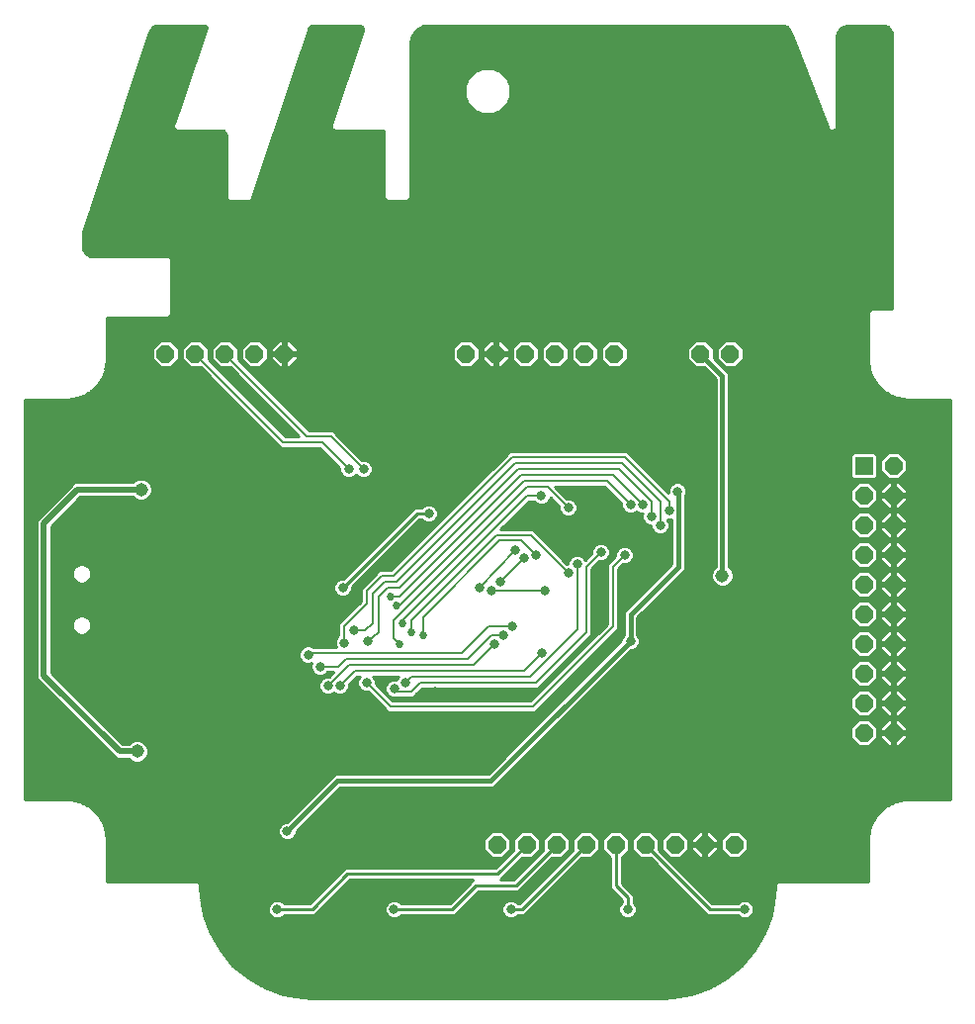
<source format=gbl>
G75*
%MOIN*%
%OFA0B0*%
%FSLAX24Y24*%
%IPPOS*%
%LPD*%
%AMOC8*
5,1,8,0,0,1.08239X$1,22.5*
%
%ADD10OC8,0.0600*%
%ADD11R,0.0600X0.0600*%
%ADD12C,0.0100*%
%ADD13C,0.0320*%
%ADD14C,0.0200*%
%ADD15C,0.0160*%
%ADD16C,0.0450*%
%ADD17C,0.0080*%
%ADD18C,0.0270*%
%ADD19C,0.0317*%
D10*
X021497Y005465D03*
X022497Y005465D03*
X023497Y005465D03*
X024497Y005465D03*
X025497Y005465D03*
X026497Y005465D03*
X027497Y005465D03*
X028497Y005465D03*
X029497Y005465D03*
X033855Y009233D03*
X034855Y009233D03*
X034855Y010233D03*
X033855Y010233D03*
X033855Y011233D03*
X034855Y011233D03*
X034855Y012233D03*
X033855Y012233D03*
X033855Y013233D03*
X033855Y014233D03*
X034855Y014233D03*
X034855Y013233D03*
X034855Y015233D03*
X033855Y015233D03*
X033855Y016233D03*
X034855Y016233D03*
X034855Y017233D03*
X033855Y017233D03*
X034855Y018233D03*
X029343Y022000D03*
X028343Y022000D03*
X025438Y022000D03*
X024438Y022000D03*
X023438Y022000D03*
X022438Y022000D03*
X021438Y022000D03*
X020438Y022000D03*
X014308Y022000D03*
X013308Y022000D03*
X012308Y022000D03*
X011308Y022000D03*
X010308Y022000D03*
D11*
X033855Y018233D03*
D12*
X007713Y006782D02*
X007672Y006813D01*
X007660Y006811D01*
X007599Y006844D01*
X007594Y006855D01*
X007546Y006873D01*
X007501Y006898D01*
X007489Y006894D01*
X007425Y006918D01*
X007418Y006928D01*
X007368Y006939D01*
X007320Y006957D01*
X007309Y006952D01*
X007242Y006967D01*
X007234Y006976D01*
X007182Y006980D01*
X007132Y006991D01*
X007122Y006984D01*
X007059Y006989D01*
X007055Y006993D01*
X006998Y006993D01*
X006942Y006997D01*
X006937Y006993D01*
X005568Y006993D01*
X005568Y020472D01*
X006937Y020472D01*
X006942Y020468D01*
X006998Y020472D01*
X007055Y020472D01*
X007059Y020477D01*
X007122Y020481D01*
X007132Y020475D01*
X007182Y020486D01*
X007234Y020489D01*
X007242Y020499D01*
X007309Y020513D01*
X007320Y020508D01*
X007368Y020526D01*
X007418Y020537D01*
X007425Y020547D01*
X007489Y020571D01*
X007501Y020568D01*
X007546Y020592D01*
X007594Y020610D01*
X007599Y020621D01*
X007660Y020654D01*
X007672Y020653D01*
X007713Y020683D01*
X007758Y020708D01*
X007761Y020720D01*
X007816Y020761D01*
X007829Y020761D01*
X007865Y020797D01*
X007906Y020828D01*
X007908Y020840D01*
X007956Y020889D01*
X007968Y020890D01*
X007999Y020932D01*
X008036Y020968D01*
X008036Y020980D01*
X008077Y021035D01*
X008088Y021039D01*
X008113Y021084D01*
X008144Y021125D01*
X008142Y021137D01*
X008175Y021197D01*
X008186Y021202D01*
X008204Y021250D01*
X008229Y021296D01*
X008225Y021307D01*
X008249Y021372D01*
X008260Y021378D01*
X008270Y021428D01*
X008288Y021477D01*
X008283Y021488D01*
X008298Y021555D01*
X008307Y021563D01*
X008311Y021614D01*
X008322Y021664D01*
X008315Y021675D01*
X008320Y021737D01*
X008324Y021741D01*
X008324Y021798D01*
X008328Y021855D01*
X008324Y021859D01*
X008324Y023228D01*
X010402Y023228D01*
X010489Y023316D01*
X010489Y025212D01*
X010402Y025300D01*
X007827Y025300D01*
X007770Y025306D01*
X007666Y025349D01*
X007586Y025429D01*
X007542Y025534D01*
X007537Y025590D01*
X007537Y026110D01*
X009782Y032845D01*
X009801Y032904D01*
X009822Y032950D01*
X009890Y033025D01*
X009982Y033066D01*
X010033Y033071D01*
X011641Y033071D01*
X011652Y033070D01*
X011672Y033060D01*
X011684Y033042D01*
X011688Y033020D01*
X011686Y033009D01*
X010602Y029759D01*
X010583Y029740D01*
X010583Y029702D01*
X010571Y029666D01*
X010583Y029642D01*
X010583Y029615D01*
X010610Y029589D01*
X010627Y029555D01*
X010652Y029546D01*
X010671Y029528D01*
X010709Y029528D01*
X010745Y029516D01*
X010768Y029528D01*
X012226Y029528D01*
X012260Y029523D01*
X012317Y029490D01*
X012350Y029432D01*
X012355Y029399D01*
X012355Y027253D01*
X012443Y027165D01*
X013071Y027165D01*
X013107Y027153D01*
X013131Y027165D01*
X013157Y027165D01*
X013184Y027192D01*
X013218Y027209D01*
X013226Y027234D01*
X013245Y027253D01*
X013245Y027291D01*
X015123Y032924D01*
X015141Y032979D01*
X015143Y032983D01*
X015154Y033007D01*
X015189Y033047D01*
X015238Y033068D01*
X015264Y033071D01*
X016843Y033071D01*
X016873Y033067D01*
X016927Y033040D01*
X016962Y032991D01*
X016971Y032932D01*
X016965Y032902D01*
X015917Y029759D01*
X015898Y029740D01*
X015898Y029702D01*
X015886Y029666D01*
X015898Y029642D01*
X015898Y029615D01*
X015925Y029589D01*
X015942Y029555D01*
X015967Y029546D01*
X015986Y029528D01*
X016024Y029528D01*
X016060Y029516D01*
X016083Y029528D01*
X017623Y029528D01*
X017635Y029526D01*
X017656Y029514D01*
X017668Y029493D01*
X017670Y029481D01*
X017670Y027253D01*
X017758Y027165D01*
X018472Y027165D01*
X018560Y027253D01*
X018560Y032289D01*
X018567Y032298D01*
X018560Y032350D01*
X018560Y032403D01*
X018557Y032406D01*
X018554Y032459D01*
X018592Y032655D01*
X031461Y032655D01*
X031423Y032754D02*
X018646Y032754D01*
X018688Y032830D02*
X018834Y032967D01*
X019014Y033052D01*
X019107Y033071D01*
X031101Y033071D01*
X031159Y033065D01*
X031265Y033020D01*
X031345Y032937D01*
X031372Y032886D01*
X031380Y032865D01*
X031394Y032828D01*
X031394Y032828D01*
X032630Y029649D01*
X032630Y029615D01*
X032652Y029594D01*
X032663Y029565D01*
X032694Y029552D01*
X032718Y029528D01*
X032749Y029528D01*
X032777Y029515D01*
X032808Y029528D01*
X032842Y029528D01*
X032864Y029549D01*
X032893Y029560D01*
X032906Y029591D01*
X032930Y029615D01*
X032930Y029646D01*
X032943Y029674D01*
X032930Y029706D01*
X032930Y032664D01*
X032938Y032743D01*
X032999Y032890D01*
X033111Y033002D01*
X033258Y033063D01*
X033337Y033071D01*
X034505Y033071D01*
X034562Y033065D01*
X034667Y033022D01*
X034747Y032942D01*
X034790Y032837D01*
X034796Y032781D01*
X034796Y023528D01*
X034096Y023528D01*
X034008Y023440D01*
X034008Y021859D01*
X034004Y021855D01*
X034008Y021798D01*
X034008Y021741D01*
X034013Y021737D01*
X034017Y021675D01*
X034011Y021664D01*
X034021Y021614D01*
X034025Y021563D01*
X034034Y021555D01*
X034049Y021488D01*
X034044Y021477D01*
X034062Y021428D01*
X034073Y021378D01*
X034083Y021372D01*
X034107Y021307D01*
X034104Y021296D01*
X034128Y021250D01*
X034146Y021202D01*
X034157Y021197D01*
X034190Y021137D01*
X034188Y021125D01*
X034219Y021084D01*
X034244Y021039D01*
X034256Y021035D01*
X034297Y020980D01*
X034297Y020968D01*
X034333Y020932D01*
X034364Y020890D01*
X034376Y020889D01*
X034425Y020840D01*
X034426Y020828D01*
X034467Y020797D01*
X034504Y020761D01*
X034516Y020761D01*
X034571Y020720D01*
X034574Y020708D01*
X034620Y020683D01*
X034661Y020653D01*
X034673Y020654D01*
X034733Y020621D01*
X034738Y020610D01*
X034786Y020592D01*
X034831Y020568D01*
X034843Y020571D01*
X034907Y020547D01*
X034914Y020537D01*
X034964Y020526D01*
X035012Y020508D01*
X035024Y020513D01*
X035091Y020499D01*
X035099Y020489D01*
X035150Y020486D01*
X035200Y020475D01*
X035210Y020481D01*
X035273Y020477D01*
X035277Y020472D01*
X035334Y020472D01*
X035391Y020468D01*
X035395Y020472D01*
X036764Y020472D01*
X036764Y006993D01*
X035395Y006993D01*
X035391Y006997D01*
X035334Y006993D01*
X035277Y006993D01*
X035273Y006989D01*
X035210Y006984D01*
X035200Y006991D01*
X035150Y006980D01*
X035099Y006976D01*
X035091Y006967D01*
X035024Y006952D01*
X035012Y006957D01*
X034964Y006939D01*
X034914Y006928D01*
X034907Y006918D01*
X034843Y006894D01*
X034831Y006898D01*
X034786Y006873D01*
X034738Y006855D01*
X034733Y006844D01*
X034673Y006811D01*
X034661Y006813D01*
X034620Y006782D01*
X034574Y006757D01*
X034571Y006746D01*
X034516Y006704D01*
X034504Y006704D01*
X034467Y006668D01*
X034426Y006637D01*
X034425Y006625D01*
X034376Y006577D01*
X034364Y006575D01*
X034333Y006534D01*
X034297Y006497D01*
X034297Y006485D01*
X034256Y006430D01*
X034244Y006427D01*
X034219Y006382D01*
X034188Y006341D01*
X034190Y006328D01*
X034157Y006268D01*
X034146Y006263D01*
X034128Y006215D01*
X034104Y006170D01*
X034107Y006158D01*
X034083Y006094D01*
X034073Y006087D01*
X034062Y006037D01*
X034044Y005989D01*
X034049Y005978D01*
X034034Y005911D01*
X034025Y005903D01*
X034021Y005851D01*
X034011Y005801D01*
X034017Y005791D01*
X034013Y005728D01*
X034008Y005724D01*
X034008Y005667D01*
X034004Y005611D01*
X034008Y005606D01*
X034008Y004237D01*
X030947Y004237D01*
X030859Y004149D01*
X030859Y004087D01*
X030844Y003757D01*
X030730Y003107D01*
X030504Y002487D01*
X030174Y001915D01*
X029749Y001409D01*
X029244Y000985D01*
X028672Y000655D01*
X028052Y000429D01*
X027402Y000314D01*
X027072Y000300D01*
X015261Y000300D01*
X014931Y000314D01*
X014280Y000429D01*
X013660Y000655D01*
X013088Y000985D01*
X012583Y001409D01*
X012158Y001915D01*
X011828Y002487D01*
X011603Y003107D01*
X011488Y003757D01*
X011474Y004087D01*
X011474Y004149D01*
X011386Y004237D01*
X008324Y004237D01*
X008324Y005606D01*
X008328Y005611D01*
X008324Y005667D01*
X008324Y005724D01*
X008320Y005728D01*
X008315Y005791D01*
X008322Y005801D01*
X008311Y005851D01*
X008307Y005903D01*
X008298Y005911D01*
X008283Y005978D01*
X008288Y005989D01*
X008270Y006037D01*
X008260Y006087D01*
X008249Y006094D01*
X008225Y006158D01*
X008229Y006170D01*
X008204Y006215D01*
X008186Y006263D01*
X008175Y006268D01*
X008142Y006328D01*
X008144Y006341D01*
X008113Y006382D01*
X008088Y006427D01*
X008077Y006430D01*
X008036Y006485D01*
X008036Y006497D01*
X007999Y006534D01*
X007968Y006575D01*
X007956Y006577D01*
X007908Y006625D01*
X007906Y006637D01*
X007865Y006668D01*
X007829Y006704D01*
X007816Y006704D01*
X007761Y006746D01*
X007758Y006757D01*
X007713Y006782D01*
X007760Y006750D02*
X014910Y006750D01*
X015008Y006848D02*
X007597Y006848D01*
X007349Y006947D02*
X015107Y006947D01*
X015205Y007045D02*
X005568Y007045D01*
X005568Y007144D02*
X015304Y007144D01*
X015402Y007242D02*
X005568Y007242D01*
X005568Y007341D02*
X015501Y007341D01*
X015599Y007439D02*
X005568Y007439D01*
X005568Y007538D02*
X015698Y007538D01*
X015796Y007636D02*
X005568Y007636D01*
X005568Y007735D02*
X015895Y007735D01*
X015993Y007833D02*
X005568Y007833D01*
X005568Y007932D02*
X021260Y007932D01*
X021189Y007860D02*
X016020Y007860D01*
X014403Y006243D01*
X014356Y006243D01*
X014243Y006195D01*
X014155Y006108D01*
X014108Y005994D01*
X014108Y005871D01*
X014155Y005757D01*
X014243Y005670D01*
X014356Y005623D01*
X014480Y005623D01*
X014594Y005670D01*
X014681Y005757D01*
X014728Y005871D01*
X014728Y005917D01*
X016211Y007400D01*
X021380Y007400D01*
X021514Y007535D01*
X026002Y012023D01*
X026048Y012023D01*
X026162Y012070D01*
X026249Y012157D01*
X026297Y012271D01*
X026297Y012394D01*
X026249Y012508D01*
X026217Y012541D01*
X026217Y013137D01*
X027688Y014609D01*
X027823Y014744D01*
X027823Y017195D01*
X027827Y017199D01*
X027874Y017313D01*
X027874Y017436D01*
X027827Y017550D01*
X027739Y017637D01*
X027625Y017684D01*
X027502Y017684D01*
X027388Y017637D01*
X027301Y017550D01*
X027254Y017436D01*
X027254Y017334D01*
X025865Y018723D01*
X021908Y018723D01*
X021797Y018611D01*
X017908Y014723D01*
X017508Y014723D01*
X017397Y014611D01*
X016897Y014111D01*
X016897Y013666D01*
X016147Y012916D01*
X016147Y012519D01*
X016074Y012446D01*
X016027Y012332D01*
X016027Y012209D01*
X016062Y012123D01*
X015310Y012123D01*
X015300Y012133D01*
X015186Y012180D01*
X015062Y012180D01*
X014949Y012133D01*
X014861Y012046D01*
X014814Y011932D01*
X014814Y011809D01*
X014861Y011695D01*
X014949Y011607D01*
X015062Y011560D01*
X015186Y011560D01*
X015234Y011580D01*
X015214Y011532D01*
X015214Y011408D01*
X015261Y011295D01*
X015349Y011207D01*
X015462Y011160D01*
X015586Y011160D01*
X015700Y011207D01*
X015773Y011280D01*
X015965Y011280D01*
X015828Y011143D01*
X015725Y011143D01*
X015611Y011095D01*
X015524Y011008D01*
X015477Y010894D01*
X015477Y010771D01*
X015524Y010657D01*
X015611Y010570D01*
X015725Y010523D01*
X015848Y010523D01*
X015962Y010570D01*
X015987Y010594D01*
X016011Y010570D01*
X016125Y010523D01*
X016248Y010523D01*
X016362Y010570D01*
X016449Y010657D01*
X016497Y010771D01*
X016497Y010874D01*
X016765Y011143D01*
X016858Y011143D01*
X016824Y011108D01*
X016777Y010994D01*
X016777Y010871D01*
X016824Y010757D01*
X016911Y010670D01*
X017025Y010623D01*
X017128Y010623D01*
X017697Y010054D01*
X017808Y009943D01*
X022765Y009943D01*
X025465Y012643D01*
X025577Y012754D01*
X025577Y014754D01*
X025745Y014923D01*
X025848Y014923D01*
X025962Y014970D01*
X026049Y015057D01*
X026097Y015171D01*
X026097Y015294D01*
X026049Y015408D01*
X025962Y015495D01*
X025848Y015543D01*
X025725Y015543D01*
X025611Y015495D01*
X025524Y015408D01*
X025477Y015294D01*
X025477Y015191D01*
X025308Y015023D01*
X025308Y015023D01*
X025197Y014911D01*
X025197Y012911D01*
X022608Y010323D01*
X017965Y010323D01*
X017397Y010891D01*
X017397Y010994D01*
X017349Y011108D01*
X017315Y011143D01*
X018158Y011143D01*
X018124Y011108D01*
X018095Y011039D01*
X018086Y011043D01*
X017962Y011043D01*
X017848Y010995D01*
X017761Y010908D01*
X017714Y010794D01*
X017714Y010671D01*
X017761Y010557D01*
X017848Y010470D01*
X017962Y010423D01*
X018086Y010423D01*
X018134Y010443D01*
X018665Y010443D01*
X018777Y010554D01*
X018965Y010743D01*
X022865Y010743D01*
X024565Y012443D01*
X024677Y012554D01*
X024677Y014754D01*
X024945Y015023D01*
X025048Y015023D01*
X025162Y015070D01*
X025249Y015157D01*
X025297Y015271D01*
X025297Y015394D01*
X025249Y015508D01*
X025162Y015595D01*
X025048Y015643D01*
X024925Y015643D01*
X024811Y015595D01*
X024724Y015508D01*
X024677Y015394D01*
X024677Y015291D01*
X024462Y015077D01*
X024449Y015108D01*
X024362Y015195D01*
X024248Y015243D01*
X024125Y015243D01*
X024011Y015195D01*
X023924Y015108D01*
X023877Y014994D01*
X023877Y014943D01*
X023845Y014943D01*
X022698Y016090D01*
X021612Y016090D01*
X022565Y017043D01*
X022735Y017043D01*
X022808Y016970D01*
X022922Y016923D01*
X023045Y016923D01*
X023159Y016970D01*
X023246Y017057D01*
X023289Y017161D01*
X023577Y016874D01*
X023577Y016771D01*
X023624Y016657D01*
X023711Y016570D01*
X023825Y016523D01*
X023948Y016523D01*
X024062Y016570D01*
X024149Y016657D01*
X024197Y016771D01*
X024197Y016894D01*
X024149Y017008D01*
X024062Y017095D01*
X023948Y017143D01*
X023845Y017143D01*
X023445Y017543D01*
X025108Y017543D01*
X025677Y016974D01*
X025677Y016871D01*
X025724Y016757D01*
X025811Y016670D01*
X025925Y016623D01*
X026048Y016623D01*
X026162Y016670D01*
X026187Y016694D01*
X026211Y016670D01*
X026325Y016623D01*
X026388Y016623D01*
X026377Y016594D01*
X026377Y016471D01*
X026424Y016357D01*
X026511Y016270D01*
X026625Y016223D01*
X026677Y016223D01*
X026677Y016171D01*
X026724Y016057D01*
X026811Y015970D01*
X026925Y015923D01*
X027048Y015923D01*
X027162Y015970D01*
X027249Y016057D01*
X027297Y016171D01*
X027297Y016294D01*
X027249Y016408D01*
X027235Y016423D01*
X027348Y016423D01*
X027363Y016429D01*
X027363Y014934D01*
X025891Y013463D01*
X025757Y013328D01*
X025757Y012541D01*
X025724Y012508D01*
X025677Y012394D01*
X025677Y012348D01*
X021189Y007860D01*
X021359Y008030D02*
X005568Y008030D01*
X005568Y008129D02*
X021457Y008129D01*
X021556Y008227D02*
X005568Y008227D01*
X005568Y008326D02*
X009114Y008326D01*
X009143Y008297D02*
X009281Y008240D01*
X009430Y008240D01*
X009568Y008297D01*
X009673Y008402D01*
X009730Y008540D01*
X009730Y008689D01*
X009673Y008827D01*
X009568Y008932D01*
X009430Y008990D01*
X009281Y008990D01*
X009143Y008932D01*
X009075Y008865D01*
X008868Y008865D01*
X006456Y011277D01*
X006456Y016188D01*
X007450Y017183D01*
X009206Y017183D01*
X009274Y017115D01*
X009412Y017058D01*
X009561Y017058D01*
X009699Y017115D01*
X009805Y017220D01*
X009862Y017358D01*
X009862Y017507D01*
X009805Y017645D01*
X009699Y017751D01*
X009561Y017808D01*
X009412Y017808D01*
X009274Y017751D01*
X009206Y017683D01*
X007297Y017683D01*
X007205Y017645D01*
X007135Y017574D01*
X005994Y016433D01*
X005956Y016341D01*
X005956Y011124D01*
X005994Y011032D01*
X008553Y008473D01*
X008623Y008403D01*
X008715Y008365D01*
X009075Y008365D01*
X009143Y008297D01*
X009596Y008326D02*
X021654Y008326D01*
X021753Y008424D02*
X009682Y008424D01*
X009723Y008523D02*
X021851Y008523D01*
X021950Y008621D02*
X009730Y008621D01*
X009718Y008720D02*
X022048Y008720D01*
X022147Y008818D02*
X009677Y008818D01*
X009583Y008917D02*
X022245Y008917D01*
X022344Y009015D02*
X008718Y009015D01*
X008816Y008917D02*
X009127Y008917D01*
X008619Y009114D02*
X022442Y009114D01*
X022541Y009212D02*
X008521Y009212D01*
X008422Y009311D02*
X022639Y009311D01*
X022738Y009409D02*
X008324Y009409D01*
X008225Y009508D02*
X022836Y009508D01*
X022935Y009606D02*
X008127Y009606D01*
X008028Y009705D02*
X023033Y009705D01*
X023132Y009803D02*
X007930Y009803D01*
X007831Y009902D02*
X023230Y009902D01*
X023329Y010000D02*
X022823Y010000D01*
X022921Y010099D02*
X023427Y010099D01*
X023526Y010197D02*
X023020Y010197D01*
X023118Y010296D02*
X023624Y010296D01*
X023723Y010394D02*
X023217Y010394D01*
X023315Y010493D02*
X023821Y010493D01*
X023920Y010591D02*
X023414Y010591D01*
X023512Y010690D02*
X024018Y010690D01*
X024117Y010788D02*
X023611Y010788D01*
X023709Y010887D02*
X024215Y010887D01*
X024314Y010985D02*
X023808Y010985D01*
X023906Y011084D02*
X024412Y011084D01*
X024511Y011182D02*
X024005Y011182D01*
X024103Y011281D02*
X024609Y011281D01*
X024708Y011379D02*
X024202Y011379D01*
X024300Y011478D02*
X024806Y011478D01*
X024905Y011576D02*
X024399Y011576D01*
X024497Y011675D02*
X025003Y011675D01*
X025102Y011773D02*
X024596Y011773D01*
X024694Y011872D02*
X025200Y011872D01*
X025299Y011970D02*
X024793Y011970D01*
X024891Y012069D02*
X025397Y012069D01*
X025496Y012167D02*
X024990Y012167D01*
X025088Y012266D02*
X025594Y012266D01*
X025677Y012364D02*
X025187Y012364D01*
X025285Y012463D02*
X025705Y012463D01*
X025757Y012561D02*
X025384Y012561D01*
X025482Y012660D02*
X025757Y012660D01*
X025757Y012758D02*
X025577Y012758D01*
X025577Y012857D02*
X025757Y012857D01*
X025757Y012955D02*
X025577Y012955D01*
X025577Y013054D02*
X025757Y013054D01*
X025757Y013152D02*
X025577Y013152D01*
X025577Y013251D02*
X025757Y013251D01*
X025778Y013349D02*
X025577Y013349D01*
X025577Y013448D02*
X025876Y013448D01*
X025975Y013546D02*
X025577Y013546D01*
X025577Y013645D02*
X026073Y013645D01*
X026172Y013743D02*
X025577Y013743D01*
X025577Y013842D02*
X026270Y013842D01*
X026369Y013940D02*
X025577Y013940D01*
X025577Y014039D02*
X026467Y014039D01*
X026566Y014137D02*
X025577Y014137D01*
X025577Y014236D02*
X026664Y014236D01*
X026763Y014334D02*
X025577Y014334D01*
X025577Y014433D02*
X026861Y014433D01*
X026960Y014531D02*
X025577Y014531D01*
X025577Y014630D02*
X027058Y014630D01*
X027157Y014728D02*
X025577Y014728D01*
X025649Y014827D02*
X027255Y014827D01*
X027354Y014925D02*
X025854Y014925D01*
X026016Y015024D02*
X027363Y015024D01*
X027363Y015122D02*
X026076Y015122D01*
X026097Y015221D02*
X027363Y015221D01*
X027363Y015319D02*
X026086Y015319D01*
X026040Y015418D02*
X027363Y015418D01*
X027363Y015516D02*
X025913Y015516D01*
X025661Y015516D02*
X025242Y015516D01*
X025287Y015418D02*
X025533Y015418D01*
X025487Y015319D02*
X025297Y015319D01*
X025276Y015221D02*
X025477Y015221D01*
X025407Y015122D02*
X025214Y015122D01*
X025309Y015024D02*
X025050Y015024D01*
X025210Y014925D02*
X024848Y014925D01*
X024749Y014827D02*
X025197Y014827D01*
X025197Y014728D02*
X024677Y014728D01*
X024677Y014630D02*
X025197Y014630D01*
X025197Y014531D02*
X024677Y014531D01*
X024677Y014433D02*
X025197Y014433D01*
X025197Y014334D02*
X024677Y014334D01*
X024677Y014236D02*
X025197Y014236D01*
X025197Y014137D02*
X024677Y014137D01*
X024677Y014039D02*
X025197Y014039D01*
X025197Y013940D02*
X024677Y013940D01*
X024677Y013842D02*
X025197Y013842D01*
X025197Y013743D02*
X024677Y013743D01*
X024677Y013645D02*
X025197Y013645D01*
X025197Y013546D02*
X024677Y013546D01*
X024677Y013448D02*
X025197Y013448D01*
X025197Y013349D02*
X024677Y013349D01*
X024677Y013251D02*
X025197Y013251D01*
X025197Y013152D02*
X024677Y013152D01*
X024677Y013054D02*
X025197Y013054D01*
X025197Y012955D02*
X024677Y012955D01*
X024677Y012857D02*
X025142Y012857D01*
X025043Y012758D02*
X024677Y012758D01*
X024677Y012660D02*
X024945Y012660D01*
X024846Y012561D02*
X024677Y012561D01*
X024748Y012463D02*
X024585Y012463D01*
X024649Y012364D02*
X024487Y012364D01*
X024551Y012266D02*
X024388Y012266D01*
X024452Y012167D02*
X024290Y012167D01*
X024354Y012069D02*
X024191Y012069D01*
X024255Y011970D02*
X024093Y011970D01*
X024157Y011872D02*
X023994Y011872D01*
X024058Y011773D02*
X023896Y011773D01*
X023960Y011675D02*
X023797Y011675D01*
X023861Y011576D02*
X023699Y011576D01*
X023763Y011478D02*
X023600Y011478D01*
X023664Y011379D02*
X023502Y011379D01*
X023566Y011281D02*
X023403Y011281D01*
X023467Y011182D02*
X023305Y011182D01*
X023369Y011084D02*
X023206Y011084D01*
X023270Y010985D02*
X023108Y010985D01*
X023172Y010887D02*
X023009Y010887D01*
X023073Y010788D02*
X022911Y010788D01*
X022975Y010690D02*
X018912Y010690D01*
X018814Y010591D02*
X022876Y010591D01*
X022778Y010493D02*
X018715Y010493D01*
X018777Y010554D02*
X018777Y010554D01*
X018114Y011084D02*
X017360Y011084D01*
X017397Y010985D02*
X017838Y010985D01*
X017752Y010887D02*
X017401Y010887D01*
X017500Y010788D02*
X017714Y010788D01*
X017714Y010690D02*
X017598Y010690D01*
X017697Y010591D02*
X017747Y010591D01*
X017795Y010493D02*
X017826Y010493D01*
X017894Y010394D02*
X022679Y010394D01*
X023684Y009705D02*
X036764Y009705D01*
X036764Y009803D02*
X035062Y009803D01*
X035042Y009783D02*
X035305Y010046D01*
X035305Y010183D01*
X034905Y010183D01*
X034905Y010283D01*
X034805Y010283D01*
X034805Y010683D01*
X034669Y010683D01*
X034405Y010419D01*
X034405Y010283D01*
X034805Y010283D01*
X034805Y010183D01*
X034405Y010183D01*
X034405Y010046D01*
X034669Y009783D01*
X034805Y009783D01*
X034805Y010183D01*
X034905Y010183D01*
X034905Y009783D01*
X035042Y009783D01*
X035042Y009683D02*
X034905Y009683D01*
X034905Y009283D01*
X034805Y009283D01*
X034805Y009683D01*
X034669Y009683D01*
X034405Y009419D01*
X034405Y009283D01*
X034805Y009283D01*
X034805Y009183D01*
X034405Y009183D01*
X034405Y009046D01*
X034669Y008783D01*
X034805Y008783D01*
X034805Y009183D01*
X034905Y009183D01*
X034905Y009283D01*
X035305Y009283D01*
X035305Y009419D01*
X035042Y009683D01*
X035118Y009606D02*
X036764Y009606D01*
X036764Y009508D02*
X035217Y009508D01*
X035305Y009409D02*
X036764Y009409D01*
X036764Y009311D02*
X035305Y009311D01*
X035305Y009183D02*
X034905Y009183D01*
X034905Y008783D01*
X035042Y008783D01*
X035305Y009046D01*
X035305Y009183D01*
X035305Y009114D02*
X036764Y009114D01*
X036764Y009212D02*
X034905Y009212D01*
X034905Y009114D02*
X034805Y009114D01*
X034805Y009212D02*
X034305Y009212D01*
X034305Y009114D02*
X034405Y009114D01*
X034436Y009015D02*
X034274Y009015D01*
X034305Y009046D02*
X034042Y008783D01*
X033669Y008783D01*
X033405Y009046D01*
X033405Y009419D01*
X033669Y009683D01*
X034042Y009683D01*
X034305Y009419D01*
X034305Y009046D01*
X034175Y008917D02*
X034535Y008917D01*
X034633Y008818D02*
X034077Y008818D01*
X033633Y008818D02*
X022797Y008818D01*
X022699Y008720D02*
X036764Y008720D01*
X036764Y008818D02*
X035077Y008818D01*
X035175Y008917D02*
X036764Y008917D01*
X036764Y009015D02*
X035274Y009015D01*
X034905Y009015D02*
X034805Y009015D01*
X034805Y008917D02*
X034905Y008917D01*
X034905Y008818D02*
X034805Y008818D01*
X034805Y009311D02*
X034905Y009311D01*
X034905Y009409D02*
X034805Y009409D01*
X034805Y009508D02*
X034905Y009508D01*
X034905Y009606D02*
X034805Y009606D01*
X034805Y009803D02*
X034905Y009803D01*
X034905Y009902D02*
X034805Y009902D01*
X034805Y010000D02*
X034905Y010000D01*
X034905Y010099D02*
X034805Y010099D01*
X034805Y010197D02*
X034305Y010197D01*
X034305Y010099D02*
X034405Y010099D01*
X034451Y010000D02*
X034259Y010000D01*
X034305Y010046D02*
X034042Y009783D01*
X033669Y009783D01*
X033405Y010046D01*
X033405Y010419D01*
X033669Y010683D01*
X034042Y010683D01*
X034305Y010419D01*
X034305Y010046D01*
X034160Y009902D02*
X034550Y009902D01*
X034648Y009803D02*
X034062Y009803D01*
X034118Y009606D02*
X034592Y009606D01*
X034494Y009508D02*
X034217Y009508D01*
X034305Y009409D02*
X034405Y009409D01*
X034405Y009311D02*
X034305Y009311D01*
X033592Y009606D02*
X023585Y009606D01*
X023487Y009508D02*
X033494Y009508D01*
X033405Y009409D02*
X023388Y009409D01*
X023290Y009311D02*
X033405Y009311D01*
X033405Y009212D02*
X023191Y009212D01*
X023093Y009114D02*
X033405Y009114D01*
X033436Y009015D02*
X022994Y009015D01*
X022896Y008917D02*
X033535Y008917D01*
X033648Y009803D02*
X023782Y009803D01*
X023881Y009902D02*
X033550Y009902D01*
X033451Y010000D02*
X023979Y010000D01*
X024078Y010099D02*
X033405Y010099D01*
X033405Y010197D02*
X024176Y010197D01*
X024275Y010296D02*
X033405Y010296D01*
X033405Y010394D02*
X024373Y010394D01*
X024472Y010493D02*
X033479Y010493D01*
X033577Y010591D02*
X024570Y010591D01*
X024669Y010690D02*
X036764Y010690D01*
X036764Y010788D02*
X035047Y010788D01*
X035042Y010783D02*
X035305Y011046D01*
X035305Y011183D01*
X034905Y011183D01*
X034905Y011283D01*
X034805Y011283D01*
X034805Y011683D01*
X034669Y011683D01*
X034405Y011419D01*
X034405Y011283D01*
X034805Y011283D01*
X034805Y011183D01*
X034405Y011183D01*
X034405Y011046D01*
X034669Y010783D01*
X034805Y010783D01*
X034805Y011183D01*
X034905Y011183D01*
X034905Y010783D01*
X035042Y010783D01*
X035042Y010683D02*
X034905Y010683D01*
X034905Y010283D01*
X035305Y010283D01*
X035305Y010419D01*
X035042Y010683D01*
X035133Y010591D02*
X036764Y010591D01*
X036764Y010493D02*
X035232Y010493D01*
X035305Y010394D02*
X036764Y010394D01*
X036764Y010296D02*
X035305Y010296D01*
X035305Y010099D02*
X036764Y010099D01*
X036764Y010197D02*
X034905Y010197D01*
X034905Y010296D02*
X034805Y010296D01*
X034805Y010394D02*
X034905Y010394D01*
X034905Y010493D02*
X034805Y010493D01*
X034805Y010591D02*
X034905Y010591D01*
X034905Y010788D02*
X034805Y010788D01*
X034805Y010887D02*
X034905Y010887D01*
X034905Y010985D02*
X034805Y010985D01*
X034805Y011084D02*
X034905Y011084D01*
X034905Y011182D02*
X034805Y011182D01*
X034805Y011281D02*
X034305Y011281D01*
X034305Y011379D02*
X034405Y011379D01*
X034305Y011419D02*
X034042Y011683D01*
X033669Y011683D01*
X033405Y011419D01*
X033405Y011046D01*
X033669Y010783D01*
X034042Y010783D01*
X034305Y011046D01*
X034305Y011419D01*
X034247Y011478D02*
X034464Y011478D01*
X034562Y011576D02*
X034148Y011576D01*
X034050Y011675D02*
X034661Y011675D01*
X034669Y011783D02*
X034405Y012046D01*
X034405Y012183D01*
X034805Y012183D01*
X034805Y012283D01*
X034805Y012683D01*
X034669Y012683D01*
X034405Y012419D01*
X034405Y012283D01*
X034805Y012283D01*
X034905Y012283D01*
X034905Y012683D01*
X035042Y012683D01*
X035305Y012419D01*
X035305Y012283D01*
X034905Y012283D01*
X034905Y012183D01*
X035305Y012183D01*
X035305Y012046D01*
X035042Y011783D01*
X034905Y011783D01*
X034905Y012183D01*
X034805Y012183D01*
X034805Y011783D01*
X034669Y011783D01*
X034580Y011872D02*
X034130Y011872D01*
X034042Y011783D02*
X033669Y011783D01*
X033405Y012046D01*
X033405Y012419D01*
X033669Y012683D01*
X034042Y012683D01*
X034305Y012419D01*
X034305Y012046D01*
X034042Y011783D01*
X034229Y011970D02*
X034481Y011970D01*
X034405Y012069D02*
X034305Y012069D01*
X034305Y012167D02*
X034405Y012167D01*
X034305Y012266D02*
X034805Y012266D01*
X034805Y012364D02*
X034905Y012364D01*
X034905Y012266D02*
X036764Y012266D01*
X036764Y012364D02*
X035305Y012364D01*
X035262Y012463D02*
X036764Y012463D01*
X036764Y012561D02*
X035163Y012561D01*
X035065Y012660D02*
X036764Y012660D01*
X036764Y012758D02*
X026217Y012758D01*
X026217Y012660D02*
X033646Y012660D01*
X033669Y012783D02*
X034042Y012783D01*
X034305Y013046D01*
X034305Y013419D01*
X034042Y013683D01*
X033669Y013683D01*
X033405Y013419D01*
X033405Y013046D01*
X033669Y012783D01*
X033595Y012857D02*
X026217Y012857D01*
X026217Y012955D02*
X033496Y012955D01*
X033405Y013054D02*
X026217Y013054D01*
X026231Y013152D02*
X033405Y013152D01*
X033405Y013251D02*
X026330Y013251D01*
X026428Y013349D02*
X033405Y013349D01*
X033434Y013448D02*
X026527Y013448D01*
X026625Y013546D02*
X033532Y013546D01*
X033631Y013645D02*
X026724Y013645D01*
X026822Y013743D02*
X036764Y013743D01*
X036764Y013645D02*
X035080Y013645D01*
X035042Y013683D02*
X035305Y013419D01*
X035305Y013283D01*
X034905Y013283D01*
X034805Y013283D01*
X034805Y013683D01*
X034669Y013683D01*
X034405Y013419D01*
X034405Y013283D01*
X034805Y013283D01*
X034805Y013183D01*
X034405Y013183D01*
X034405Y013046D01*
X034669Y012783D01*
X034805Y012783D01*
X034805Y013183D01*
X034905Y013183D01*
X034905Y013283D01*
X034905Y013683D01*
X035042Y013683D01*
X035042Y013783D02*
X035305Y014046D01*
X035305Y014183D01*
X034905Y014183D01*
X034905Y014283D01*
X034805Y014283D01*
X034805Y014683D01*
X034669Y014683D01*
X034405Y014419D01*
X034405Y014283D01*
X034805Y014283D01*
X034805Y014183D01*
X034405Y014183D01*
X034405Y014046D01*
X034669Y013783D01*
X034805Y013783D01*
X034805Y014183D01*
X034905Y014183D01*
X034905Y013783D01*
X035042Y013783D01*
X035100Y013842D02*
X036764Y013842D01*
X036764Y013940D02*
X035199Y013940D01*
X035297Y014039D02*
X036764Y014039D01*
X036764Y014137D02*
X035305Y014137D01*
X035305Y014283D02*
X035305Y014419D01*
X035042Y014683D01*
X034905Y014683D01*
X034905Y014283D01*
X035305Y014283D01*
X035305Y014334D02*
X036764Y014334D01*
X036764Y014236D02*
X034905Y014236D01*
X034905Y014334D02*
X034805Y014334D01*
X034805Y014236D02*
X034305Y014236D01*
X034305Y014334D02*
X034405Y014334D01*
X034419Y014433D02*
X034292Y014433D01*
X034305Y014419D02*
X034042Y014683D01*
X033669Y014683D01*
X033405Y014419D01*
X033405Y014046D01*
X033669Y013783D01*
X034042Y013783D01*
X034305Y014046D01*
X034305Y014419D01*
X034193Y014531D02*
X034517Y014531D01*
X034616Y014630D02*
X034095Y014630D01*
X034042Y014783D02*
X033669Y014783D01*
X033405Y015046D01*
X033405Y015419D01*
X033669Y015683D01*
X034042Y015683D01*
X034305Y015419D01*
X034305Y015046D01*
X034042Y014783D01*
X034085Y014827D02*
X034625Y014827D01*
X034669Y014783D02*
X034405Y015046D01*
X034405Y015183D01*
X034805Y015183D01*
X034805Y015283D01*
X034805Y015683D01*
X034669Y015683D01*
X034405Y015419D01*
X034405Y015283D01*
X034805Y015283D01*
X034905Y015283D01*
X034905Y015683D01*
X035042Y015683D01*
X035305Y015419D01*
X035305Y015283D01*
X034905Y015283D01*
X034905Y015183D01*
X035305Y015183D01*
X035305Y015046D01*
X035042Y014783D01*
X034905Y014783D01*
X034905Y015183D01*
X034805Y015183D01*
X034805Y014783D01*
X034669Y014783D01*
X034805Y014827D02*
X034905Y014827D01*
X034905Y014925D02*
X034805Y014925D01*
X034805Y015024D02*
X034905Y015024D01*
X034905Y015122D02*
X034805Y015122D01*
X034805Y015221D02*
X034305Y015221D01*
X034305Y015319D02*
X034405Y015319D01*
X034405Y015418D02*
X034305Y015418D01*
X034208Y015516D02*
X034502Y015516D01*
X034601Y015615D02*
X034110Y015615D01*
X034042Y015783D02*
X033669Y015783D01*
X033405Y016046D01*
X033405Y016419D01*
X033669Y016683D01*
X034042Y016683D01*
X034305Y016419D01*
X034305Y016046D01*
X034042Y015783D01*
X034070Y015812D02*
X034640Y015812D01*
X034669Y015783D02*
X034405Y016046D01*
X034405Y016183D01*
X034805Y016183D01*
X034805Y016283D01*
X034805Y016683D01*
X034669Y016683D01*
X034405Y016419D01*
X034405Y016283D01*
X034805Y016283D01*
X034905Y016283D01*
X034905Y016683D01*
X035042Y016683D01*
X035305Y016419D01*
X035305Y016283D01*
X034905Y016283D01*
X034905Y016183D01*
X035305Y016183D01*
X035305Y016046D01*
X035042Y015783D01*
X034905Y015783D01*
X034905Y016183D01*
X034805Y016183D01*
X034805Y015783D01*
X034669Y015783D01*
X034805Y015812D02*
X034905Y015812D01*
X034905Y015910D02*
X034805Y015910D01*
X034805Y016009D02*
X034905Y016009D01*
X034905Y016107D02*
X034805Y016107D01*
X034805Y016206D02*
X034305Y016206D01*
X034305Y016304D02*
X034405Y016304D01*
X034405Y016403D02*
X034305Y016403D01*
X034223Y016501D02*
X034487Y016501D01*
X034586Y016600D02*
X034125Y016600D01*
X034042Y016783D02*
X034305Y017046D01*
X034305Y017419D01*
X034042Y017683D01*
X033669Y017683D01*
X033405Y017419D01*
X033405Y017046D01*
X033669Y016783D01*
X034042Y016783D01*
X034055Y016797D02*
X034655Y016797D01*
X034669Y016783D02*
X034405Y017046D01*
X034405Y017183D01*
X034805Y017183D01*
X034805Y017283D01*
X034805Y017683D01*
X034669Y017683D01*
X034405Y017419D01*
X034405Y017283D01*
X034805Y017283D01*
X034905Y017283D01*
X034905Y017683D01*
X035042Y017683D01*
X035305Y017419D01*
X035305Y017283D01*
X034905Y017283D01*
X034905Y017183D01*
X035305Y017183D01*
X035305Y017046D01*
X035042Y016783D01*
X034905Y016783D01*
X034905Y017183D01*
X034805Y017183D01*
X034805Y016783D01*
X034669Y016783D01*
X034805Y016797D02*
X034905Y016797D01*
X034905Y016895D02*
X034805Y016895D01*
X034805Y016994D02*
X034905Y016994D01*
X034905Y017092D02*
X034805Y017092D01*
X034805Y017191D02*
X034305Y017191D01*
X034305Y017289D02*
X034405Y017289D01*
X034405Y017388D02*
X034305Y017388D01*
X034238Y017486D02*
X034472Y017486D01*
X034571Y017585D02*
X034140Y017585D01*
X034217Y017783D02*
X034305Y017871D01*
X034305Y018595D01*
X034217Y018683D01*
X033493Y018683D01*
X033405Y018595D01*
X033405Y017871D01*
X033493Y017783D01*
X034217Y017783D01*
X034305Y017880D02*
X034571Y017880D01*
X034669Y017783D02*
X034405Y018046D01*
X034405Y018419D01*
X034669Y018683D01*
X035042Y018683D01*
X035305Y018419D01*
X035305Y018046D01*
X035042Y017783D01*
X034669Y017783D01*
X034805Y017585D02*
X034905Y017585D01*
X034905Y017486D02*
X034805Y017486D01*
X034805Y017388D02*
X034905Y017388D01*
X034905Y017289D02*
X034805Y017289D01*
X034905Y017191D02*
X036764Y017191D01*
X036764Y017289D02*
X035305Y017289D01*
X035305Y017388D02*
X036764Y017388D01*
X036764Y017486D02*
X035238Y017486D01*
X035140Y017585D02*
X036764Y017585D01*
X036764Y017683D02*
X029313Y017683D01*
X029313Y017585D02*
X033571Y017585D01*
X033472Y017486D02*
X029313Y017486D01*
X029313Y017388D02*
X033405Y017388D01*
X033405Y017289D02*
X029313Y017289D01*
X029313Y017191D02*
X033405Y017191D01*
X033405Y017092D02*
X029313Y017092D01*
X029313Y016994D02*
X033458Y016994D01*
X033556Y016895D02*
X029313Y016895D01*
X029313Y016797D02*
X033655Y016797D01*
X033586Y016600D02*
X029313Y016600D01*
X029313Y016698D02*
X036764Y016698D01*
X036764Y016600D02*
X035125Y016600D01*
X035223Y016501D02*
X036764Y016501D01*
X036764Y016403D02*
X035305Y016403D01*
X035305Y016304D02*
X036764Y016304D01*
X036764Y016206D02*
X034905Y016206D01*
X034905Y016304D02*
X034805Y016304D01*
X034805Y016403D02*
X034905Y016403D01*
X034905Y016501D02*
X034805Y016501D01*
X034805Y016600D02*
X034905Y016600D01*
X035055Y016797D02*
X036764Y016797D01*
X036764Y016895D02*
X035154Y016895D01*
X035252Y016994D02*
X036764Y016994D01*
X036764Y017092D02*
X035305Y017092D01*
X034556Y016895D02*
X034154Y016895D01*
X034252Y016994D02*
X034458Y016994D01*
X034405Y017092D02*
X034305Y017092D01*
X034305Y016107D02*
X034405Y016107D01*
X034443Y016009D02*
X034267Y016009D01*
X034169Y015910D02*
X034541Y015910D01*
X034805Y015615D02*
X034905Y015615D01*
X034905Y015516D02*
X034805Y015516D01*
X034805Y015418D02*
X034905Y015418D01*
X034905Y015319D02*
X034805Y015319D01*
X034905Y015221D02*
X036764Y015221D01*
X036764Y015319D02*
X035305Y015319D01*
X035305Y015418D02*
X036764Y015418D01*
X036764Y015516D02*
X035208Y015516D01*
X035110Y015615D02*
X036764Y015615D01*
X036764Y015713D02*
X029313Y015713D01*
X029313Y015615D02*
X033601Y015615D01*
X033502Y015516D02*
X029313Y015516D01*
X029313Y015418D02*
X033405Y015418D01*
X033405Y015319D02*
X029313Y015319D01*
X029313Y015221D02*
X033405Y015221D01*
X033405Y015122D02*
X029313Y015122D01*
X029313Y015024D02*
X033428Y015024D01*
X033526Y014925D02*
X029313Y014925D01*
X029313Y014833D02*
X029313Y021165D01*
X029313Y021356D01*
X028793Y021876D01*
X028793Y022187D01*
X028530Y022450D01*
X028157Y022450D01*
X027893Y022187D01*
X027893Y021814D01*
X028157Y021550D01*
X028468Y021550D01*
X028853Y021165D01*
X028853Y014833D01*
X028766Y014745D01*
X028708Y014607D01*
X028708Y014458D01*
X028766Y014320D01*
X028871Y014215D01*
X029009Y014158D01*
X029158Y014158D01*
X029296Y014215D01*
X029401Y014320D01*
X029458Y014458D01*
X029458Y014607D01*
X029401Y014745D01*
X029313Y014833D01*
X029320Y014827D02*
X033625Y014827D01*
X033616Y014630D02*
X029449Y014630D01*
X029458Y014531D02*
X033517Y014531D01*
X033419Y014433D02*
X029448Y014433D01*
X029407Y014334D02*
X033405Y014334D01*
X033405Y014236D02*
X029317Y014236D01*
X028850Y014236D02*
X027315Y014236D01*
X027413Y014334D02*
X028760Y014334D01*
X028719Y014433D02*
X027512Y014433D01*
X027610Y014531D02*
X028708Y014531D01*
X028718Y014630D02*
X027709Y014630D01*
X027807Y014728D02*
X028758Y014728D01*
X028847Y014827D02*
X027823Y014827D01*
X027823Y014925D02*
X028853Y014925D01*
X028853Y015024D02*
X027823Y015024D01*
X027823Y015122D02*
X028853Y015122D01*
X028853Y015221D02*
X027823Y015221D01*
X027823Y015319D02*
X028853Y015319D01*
X028853Y015418D02*
X027823Y015418D01*
X027823Y015516D02*
X028853Y015516D01*
X028853Y015615D02*
X027823Y015615D01*
X027823Y015713D02*
X028853Y015713D01*
X028853Y015812D02*
X027823Y015812D01*
X027823Y015910D02*
X028853Y015910D01*
X028853Y016009D02*
X027823Y016009D01*
X027823Y016107D02*
X028853Y016107D01*
X028853Y016206D02*
X027823Y016206D01*
X027823Y016304D02*
X028853Y016304D01*
X028853Y016403D02*
X027823Y016403D01*
X027823Y016501D02*
X028853Y016501D01*
X028853Y016600D02*
X027823Y016600D01*
X027823Y016698D02*
X028853Y016698D01*
X028853Y016797D02*
X027823Y016797D01*
X027823Y016895D02*
X028853Y016895D01*
X028853Y016994D02*
X027823Y016994D01*
X027823Y017092D02*
X028853Y017092D01*
X028853Y017191D02*
X027823Y017191D01*
X027864Y017289D02*
X028853Y017289D01*
X028853Y017388D02*
X027874Y017388D01*
X027853Y017486D02*
X028853Y017486D01*
X028853Y017585D02*
X027792Y017585D01*
X027629Y017683D02*
X028853Y017683D01*
X028853Y017782D02*
X026806Y017782D01*
X026708Y017880D02*
X028853Y017880D01*
X028853Y017979D02*
X026609Y017979D01*
X026511Y018077D02*
X028853Y018077D01*
X028853Y018176D02*
X026412Y018176D01*
X026314Y018274D02*
X028853Y018274D01*
X028853Y018373D02*
X026215Y018373D01*
X026117Y018471D02*
X028853Y018471D01*
X028853Y018570D02*
X026018Y018570D01*
X025920Y018668D02*
X028853Y018668D01*
X028853Y018767D02*
X016621Y018767D01*
X016523Y018865D02*
X028853Y018865D01*
X028853Y018964D02*
X016424Y018964D01*
X016326Y019062D02*
X028853Y019062D01*
X028853Y019161D02*
X016227Y019161D01*
X016129Y019259D02*
X028853Y019259D01*
X028853Y019358D02*
X016030Y019358D01*
X016077Y019311D02*
X015965Y019423D01*
X015154Y019423D01*
X012758Y021819D01*
X012758Y022187D01*
X012494Y022450D01*
X012121Y022450D01*
X011858Y022187D01*
X011858Y021814D01*
X012121Y021550D01*
X012489Y021550D01*
X014817Y019223D01*
X014354Y019223D01*
X011758Y021819D01*
X011758Y022187D01*
X011494Y022450D01*
X011121Y022450D01*
X010858Y022187D01*
X010858Y021814D01*
X011121Y021550D01*
X011489Y021550D01*
X014197Y018843D01*
X015508Y018843D01*
X016177Y018174D01*
X016177Y018071D01*
X016224Y017957D01*
X016311Y017870D01*
X016425Y017823D01*
X016548Y017823D01*
X016662Y017870D01*
X016737Y017944D01*
X016811Y017870D01*
X016925Y017823D01*
X017048Y017823D01*
X017162Y017870D01*
X017249Y017957D01*
X017297Y018071D01*
X017297Y018194D01*
X017249Y018308D01*
X017162Y018395D01*
X017048Y018443D01*
X016945Y018443D01*
X016077Y019311D01*
X015584Y018767D02*
X005568Y018767D01*
X005568Y018865D02*
X014175Y018865D01*
X014076Y018964D02*
X005568Y018964D01*
X005568Y019062D02*
X013978Y019062D01*
X013879Y019161D02*
X005568Y019161D01*
X005568Y019259D02*
X013781Y019259D01*
X013682Y019358D02*
X005568Y019358D01*
X005568Y019456D02*
X013584Y019456D01*
X013485Y019555D02*
X005568Y019555D01*
X005568Y019653D02*
X013387Y019653D01*
X013288Y019752D02*
X005568Y019752D01*
X005568Y019850D02*
X013190Y019850D01*
X013091Y019949D02*
X005568Y019949D01*
X005568Y020047D02*
X012993Y020047D01*
X012894Y020146D02*
X005568Y020146D01*
X005568Y020244D02*
X012796Y020244D01*
X012697Y020343D02*
X005568Y020343D01*
X005568Y020441D02*
X012599Y020441D01*
X012500Y020540D02*
X007420Y020540D01*
X007630Y020638D02*
X012402Y020638D01*
X012303Y020737D02*
X007784Y020737D01*
X007907Y020835D02*
X012205Y020835D01*
X012106Y020934D02*
X008001Y020934D01*
X008074Y021032D02*
X012008Y021032D01*
X011909Y021131D02*
X008143Y021131D01*
X008196Y021229D02*
X011811Y021229D01*
X011712Y021328D02*
X008233Y021328D01*
X008270Y021426D02*
X011614Y021426D01*
X011515Y021525D02*
X008291Y021525D01*
X008313Y021623D02*
X010049Y021623D01*
X010121Y021550D02*
X010494Y021550D01*
X010758Y021814D01*
X010758Y022187D01*
X010494Y022450D01*
X010121Y022450D01*
X009858Y022187D01*
X009858Y021814D01*
X010121Y021550D01*
X009950Y021722D02*
X008319Y021722D01*
X008326Y021820D02*
X009858Y021820D01*
X009858Y021919D02*
X008324Y021919D01*
X008324Y022017D02*
X009858Y022017D01*
X009858Y022116D02*
X008324Y022116D01*
X008324Y022214D02*
X009885Y022214D01*
X009984Y022313D02*
X008324Y022313D01*
X008324Y022411D02*
X010082Y022411D01*
X010534Y022411D02*
X011082Y022411D01*
X010984Y022313D02*
X010632Y022313D01*
X010731Y022214D02*
X010885Y022214D01*
X010858Y022116D02*
X010758Y022116D01*
X010758Y022017D02*
X010858Y022017D01*
X010858Y021919D02*
X010758Y021919D01*
X010758Y021820D02*
X010858Y021820D01*
X010950Y021722D02*
X010665Y021722D01*
X010567Y021623D02*
X011049Y021623D01*
X011758Y021820D02*
X011858Y021820D01*
X011855Y021722D02*
X011950Y021722D01*
X011954Y021623D02*
X012049Y021623D01*
X012052Y021525D02*
X012515Y021525D01*
X012614Y021426D02*
X012151Y021426D01*
X012249Y021328D02*
X012712Y021328D01*
X012811Y021229D02*
X012348Y021229D01*
X012446Y021131D02*
X012909Y021131D01*
X013008Y021032D02*
X012545Y021032D01*
X012643Y020934D02*
X013106Y020934D01*
X013205Y020835D02*
X012742Y020835D01*
X012840Y020737D02*
X013303Y020737D01*
X013402Y020638D02*
X012939Y020638D01*
X013037Y020540D02*
X013500Y020540D01*
X013599Y020441D02*
X013136Y020441D01*
X013234Y020343D02*
X013697Y020343D01*
X013796Y020244D02*
X013333Y020244D01*
X013431Y020146D02*
X013894Y020146D01*
X013993Y020047D02*
X013530Y020047D01*
X013628Y019949D02*
X014091Y019949D01*
X014190Y019850D02*
X013727Y019850D01*
X013825Y019752D02*
X014288Y019752D01*
X014387Y019653D02*
X013924Y019653D01*
X014022Y019555D02*
X014485Y019555D01*
X014584Y019456D02*
X014121Y019456D01*
X014219Y019358D02*
X014682Y019358D01*
X014781Y019259D02*
X014318Y019259D01*
X014924Y019653D02*
X028853Y019653D01*
X028853Y019555D02*
X015022Y019555D01*
X015121Y019456D02*
X028853Y019456D01*
X028853Y019752D02*
X014825Y019752D01*
X014727Y019850D02*
X028853Y019850D01*
X028853Y019949D02*
X014628Y019949D01*
X014530Y020047D02*
X028853Y020047D01*
X028853Y020146D02*
X014431Y020146D01*
X014333Y020244D02*
X028853Y020244D01*
X028853Y020343D02*
X014234Y020343D01*
X014136Y020441D02*
X028853Y020441D01*
X028853Y020540D02*
X014037Y020540D01*
X013939Y020638D02*
X028853Y020638D01*
X028853Y020737D02*
X013840Y020737D01*
X013742Y020835D02*
X028853Y020835D01*
X028853Y020934D02*
X013643Y020934D01*
X013545Y021032D02*
X028853Y021032D01*
X028853Y021131D02*
X013446Y021131D01*
X013348Y021229D02*
X028789Y021229D01*
X028691Y021328D02*
X013249Y021328D01*
X013151Y021426D02*
X028592Y021426D01*
X028494Y021525D02*
X013052Y021525D01*
X013121Y021550D02*
X013494Y021550D01*
X013758Y021814D01*
X013758Y022187D01*
X013494Y022450D01*
X013121Y022450D01*
X012858Y022187D01*
X012858Y021814D01*
X013121Y021550D01*
X013049Y021623D02*
X012954Y021623D01*
X012950Y021722D02*
X012855Y021722D01*
X012858Y021820D02*
X012758Y021820D01*
X012758Y021919D02*
X012858Y021919D01*
X012858Y022017D02*
X012758Y022017D01*
X012758Y022116D02*
X012858Y022116D01*
X012885Y022214D02*
X012731Y022214D01*
X012632Y022313D02*
X012984Y022313D01*
X013082Y022411D02*
X012534Y022411D01*
X012082Y022411D02*
X011534Y022411D01*
X011632Y022313D02*
X011984Y022313D01*
X011885Y022214D02*
X011731Y022214D01*
X011758Y022116D02*
X011858Y022116D01*
X011858Y022017D02*
X011758Y022017D01*
X011758Y021919D02*
X011858Y021919D01*
X013567Y021623D02*
X014049Y021623D01*
X014121Y021550D02*
X013858Y021814D01*
X013858Y021950D01*
X014258Y021950D01*
X014358Y021950D01*
X014358Y021550D01*
X014494Y021550D01*
X014758Y021814D01*
X014758Y021950D01*
X014358Y021950D01*
X014358Y022050D01*
X014758Y022050D01*
X014758Y022187D01*
X014494Y022450D01*
X014358Y022450D01*
X014358Y022050D01*
X014258Y022050D01*
X014258Y021950D01*
X014258Y021550D01*
X014121Y021550D01*
X014258Y021623D02*
X014358Y021623D01*
X014358Y021722D02*
X014258Y021722D01*
X014258Y021820D02*
X014358Y021820D01*
X014358Y021919D02*
X014258Y021919D01*
X014258Y022017D02*
X013758Y022017D01*
X013758Y021919D02*
X013858Y021919D01*
X013858Y021820D02*
X013758Y021820D01*
X013665Y021722D02*
X013950Y021722D01*
X013858Y022050D02*
X014258Y022050D01*
X014258Y022450D01*
X014121Y022450D01*
X013858Y022187D01*
X013858Y022050D01*
X013858Y022116D02*
X013758Y022116D01*
X013731Y022214D02*
X013885Y022214D01*
X013984Y022313D02*
X013632Y022313D01*
X013534Y022411D02*
X014082Y022411D01*
X014258Y022411D02*
X014358Y022411D01*
X014358Y022313D02*
X014258Y022313D01*
X014258Y022214D02*
X014358Y022214D01*
X014358Y022116D02*
X014258Y022116D01*
X014358Y022017D02*
X019988Y022017D01*
X019988Y021919D02*
X014758Y021919D01*
X014758Y021820D02*
X019988Y021820D01*
X019988Y021814D02*
X020251Y021550D01*
X020624Y021550D01*
X020888Y021814D01*
X020888Y022187D01*
X020624Y022450D01*
X020251Y022450D01*
X019988Y022187D01*
X019988Y021814D01*
X020080Y021722D02*
X014665Y021722D01*
X014567Y021623D02*
X020179Y021623D01*
X020697Y021623D02*
X021179Y021623D01*
X021251Y021550D02*
X020988Y021814D01*
X020988Y021950D01*
X021388Y021950D01*
X021488Y021950D01*
X021488Y021550D01*
X021624Y021550D01*
X021888Y021814D01*
X021888Y021950D01*
X021488Y021950D01*
X021488Y022050D01*
X021888Y022050D01*
X021888Y022187D01*
X021624Y022450D01*
X021488Y022450D01*
X021488Y022050D01*
X021388Y022050D01*
X021388Y021950D01*
X021388Y021550D01*
X021251Y021550D01*
X021388Y021623D02*
X021488Y021623D01*
X021488Y021722D02*
X021388Y021722D01*
X021388Y021820D02*
X021488Y021820D01*
X021488Y021919D02*
X021388Y021919D01*
X021388Y022017D02*
X020888Y022017D01*
X020888Y021919D02*
X020988Y021919D01*
X020988Y021820D02*
X020888Y021820D01*
X020795Y021722D02*
X021080Y021722D01*
X020988Y022050D02*
X021388Y022050D01*
X021388Y022450D01*
X021251Y022450D01*
X020988Y022187D01*
X020988Y022050D01*
X020988Y022116D02*
X020888Y022116D01*
X020861Y022214D02*
X021015Y022214D01*
X021114Y022313D02*
X020762Y022313D01*
X020664Y022411D02*
X021212Y022411D01*
X021388Y022411D02*
X021488Y022411D01*
X021488Y022313D02*
X021388Y022313D01*
X021388Y022214D02*
X021488Y022214D01*
X021488Y022116D02*
X021388Y022116D01*
X021488Y022017D02*
X021988Y022017D01*
X021988Y021919D02*
X021888Y021919D01*
X021888Y021820D02*
X021988Y021820D01*
X021988Y021814D02*
X022251Y021550D01*
X022624Y021550D01*
X022888Y021814D01*
X022888Y022187D01*
X022624Y022450D01*
X022251Y022450D01*
X021988Y022187D01*
X021988Y021814D01*
X022080Y021722D02*
X021795Y021722D01*
X021697Y021623D02*
X022179Y021623D01*
X022697Y021623D02*
X023179Y021623D01*
X023251Y021550D02*
X023624Y021550D01*
X023888Y021814D01*
X023888Y022187D01*
X023624Y022450D01*
X023251Y022450D01*
X022988Y022187D01*
X022988Y021814D01*
X023251Y021550D01*
X023080Y021722D02*
X022795Y021722D01*
X022888Y021820D02*
X022988Y021820D01*
X022988Y021919D02*
X022888Y021919D01*
X022888Y022017D02*
X022988Y022017D01*
X022988Y022116D02*
X022888Y022116D01*
X022861Y022214D02*
X023015Y022214D01*
X023114Y022313D02*
X022762Y022313D01*
X022664Y022411D02*
X023212Y022411D01*
X023664Y022411D02*
X024212Y022411D01*
X024251Y022450D02*
X023988Y022187D01*
X023988Y021814D01*
X024251Y021550D01*
X024624Y021550D01*
X024888Y021814D01*
X024888Y022187D01*
X024624Y022450D01*
X024251Y022450D01*
X024114Y022313D02*
X023762Y022313D01*
X023861Y022214D02*
X024015Y022214D01*
X023988Y022116D02*
X023888Y022116D01*
X023888Y022017D02*
X023988Y022017D01*
X023988Y021919D02*
X023888Y021919D01*
X023888Y021820D02*
X023988Y021820D01*
X024080Y021722D02*
X023795Y021722D01*
X023697Y021623D02*
X024179Y021623D01*
X024697Y021623D02*
X025179Y021623D01*
X025251Y021550D02*
X025624Y021550D01*
X025888Y021814D01*
X025888Y022187D01*
X025624Y022450D01*
X025251Y022450D01*
X024988Y022187D01*
X024988Y021814D01*
X025251Y021550D01*
X025080Y021722D02*
X024795Y021722D01*
X024888Y021820D02*
X024988Y021820D01*
X024988Y021919D02*
X024888Y021919D01*
X024888Y022017D02*
X024988Y022017D01*
X024988Y022116D02*
X024888Y022116D01*
X024861Y022214D02*
X025015Y022214D01*
X025114Y022313D02*
X024762Y022313D01*
X024664Y022411D02*
X025212Y022411D01*
X025664Y022411D02*
X028118Y022411D01*
X028019Y022313D02*
X025762Y022313D01*
X025861Y022214D02*
X027921Y022214D01*
X027893Y022116D02*
X025888Y022116D01*
X025888Y022017D02*
X027893Y022017D01*
X027893Y021919D02*
X025888Y021919D01*
X025888Y021820D02*
X027893Y021820D01*
X027986Y021722D02*
X025795Y021722D01*
X025697Y021623D02*
X028084Y021623D01*
X028793Y021919D02*
X028893Y021919D01*
X028893Y022017D02*
X028793Y022017D01*
X028793Y022116D02*
X028893Y022116D01*
X028893Y022187D02*
X028893Y021814D01*
X029157Y021550D01*
X029530Y021550D01*
X029793Y021814D01*
X029793Y022187D01*
X029530Y022450D01*
X029157Y022450D01*
X028893Y022187D01*
X028921Y022214D02*
X028766Y022214D01*
X028668Y022313D02*
X029019Y022313D01*
X029118Y022411D02*
X028569Y022411D01*
X028849Y021820D02*
X028893Y021820D01*
X028947Y021722D02*
X028986Y021722D01*
X029046Y021623D02*
X029084Y021623D01*
X029144Y021525D02*
X034041Y021525D01*
X034019Y021623D02*
X029602Y021623D01*
X029701Y021722D02*
X034014Y021722D01*
X034007Y021820D02*
X029793Y021820D01*
X029793Y021919D02*
X034008Y021919D01*
X034008Y022017D02*
X029793Y022017D01*
X029793Y022116D02*
X034008Y022116D01*
X034008Y022214D02*
X029766Y022214D01*
X029668Y022313D02*
X034008Y022313D01*
X034008Y022411D02*
X029569Y022411D01*
X029243Y021426D02*
X034062Y021426D01*
X034099Y021328D02*
X029313Y021328D01*
X029313Y021229D02*
X034136Y021229D01*
X034189Y021131D02*
X029313Y021131D01*
X029313Y021032D02*
X034258Y021032D01*
X034331Y020934D02*
X029313Y020934D01*
X029313Y020835D02*
X034425Y020835D01*
X034549Y020737D02*
X029313Y020737D01*
X029313Y020638D02*
X034703Y020638D01*
X034912Y020540D02*
X029313Y020540D01*
X029313Y020441D02*
X036764Y020441D01*
X036764Y020343D02*
X029313Y020343D01*
X029313Y020244D02*
X036764Y020244D01*
X036764Y020146D02*
X029313Y020146D01*
X029313Y020047D02*
X036764Y020047D01*
X036764Y019949D02*
X029313Y019949D01*
X029313Y019850D02*
X036764Y019850D01*
X036764Y019752D02*
X029313Y019752D01*
X029313Y019653D02*
X036764Y019653D01*
X036764Y019555D02*
X029313Y019555D01*
X029313Y019456D02*
X036764Y019456D01*
X036764Y019358D02*
X029313Y019358D01*
X029313Y019259D02*
X036764Y019259D01*
X036764Y019161D02*
X029313Y019161D01*
X029313Y019062D02*
X036764Y019062D01*
X036764Y018964D02*
X029313Y018964D01*
X029313Y018865D02*
X036764Y018865D01*
X036764Y018767D02*
X029313Y018767D01*
X029313Y018668D02*
X033478Y018668D01*
X033405Y018570D02*
X029313Y018570D01*
X029313Y018471D02*
X033405Y018471D01*
X033405Y018373D02*
X029313Y018373D01*
X029313Y018274D02*
X033405Y018274D01*
X033405Y018176D02*
X029313Y018176D01*
X029313Y018077D02*
X033405Y018077D01*
X033405Y017979D02*
X029313Y017979D01*
X029313Y017880D02*
X033405Y017880D01*
X034305Y017979D02*
X034473Y017979D01*
X034405Y018077D02*
X034305Y018077D01*
X034305Y018176D02*
X034405Y018176D01*
X034405Y018274D02*
X034305Y018274D01*
X034305Y018373D02*
X034405Y018373D01*
X034457Y018471D02*
X034305Y018471D01*
X034305Y018570D02*
X034556Y018570D01*
X034654Y018668D02*
X034232Y018668D01*
X035056Y018668D02*
X036764Y018668D01*
X036764Y018570D02*
X035155Y018570D01*
X035253Y018471D02*
X036764Y018471D01*
X036764Y018373D02*
X035305Y018373D01*
X035305Y018274D02*
X036764Y018274D01*
X036764Y018176D02*
X035305Y018176D01*
X035305Y018077D02*
X036764Y018077D01*
X036764Y017979D02*
X035237Y017979D01*
X035139Y017880D02*
X036764Y017880D01*
X036764Y017782D02*
X029313Y017782D01*
X029313Y016501D02*
X033487Y016501D01*
X033405Y016403D02*
X029313Y016403D01*
X029313Y016304D02*
X033405Y016304D01*
X033405Y016206D02*
X029313Y016206D01*
X029313Y016107D02*
X033405Y016107D01*
X033443Y016009D02*
X029313Y016009D01*
X029313Y015910D02*
X033541Y015910D01*
X033640Y015812D02*
X029313Y015812D01*
X029408Y014728D02*
X036764Y014728D01*
X036764Y014630D02*
X035095Y014630D01*
X035193Y014531D02*
X036764Y014531D01*
X036764Y014433D02*
X035292Y014433D01*
X034905Y014433D02*
X034805Y014433D01*
X034805Y014531D02*
X034905Y014531D01*
X034905Y014630D02*
X034805Y014630D01*
X035085Y014827D02*
X036764Y014827D01*
X036764Y014925D02*
X035184Y014925D01*
X035282Y015024D02*
X036764Y015024D01*
X036764Y015122D02*
X035305Y015122D01*
X035070Y015812D02*
X036764Y015812D01*
X036764Y015910D02*
X035169Y015910D01*
X035267Y016009D02*
X036764Y016009D01*
X036764Y016107D02*
X035305Y016107D01*
X034405Y015122D02*
X034305Y015122D01*
X034282Y015024D02*
X034428Y015024D01*
X034526Y014925D02*
X034184Y014925D01*
X034305Y014137D02*
X034405Y014137D01*
X034413Y014039D02*
X034297Y014039D01*
X034199Y013940D02*
X034511Y013940D01*
X034610Y013842D02*
X034100Y013842D01*
X034080Y013645D02*
X034631Y013645D01*
X034532Y013546D02*
X034178Y013546D01*
X034277Y013448D02*
X034434Y013448D01*
X034405Y013349D02*
X034305Y013349D01*
X034305Y013251D02*
X034805Y013251D01*
X034805Y013349D02*
X034905Y013349D01*
X034905Y013251D02*
X036764Y013251D01*
X036764Y013349D02*
X035305Y013349D01*
X035277Y013448D02*
X036764Y013448D01*
X036764Y013546D02*
X035178Y013546D01*
X034905Y013546D02*
X034805Y013546D01*
X034805Y013448D02*
X034905Y013448D01*
X034905Y013645D02*
X034805Y013645D01*
X034805Y013842D02*
X034905Y013842D01*
X034905Y013940D02*
X034805Y013940D01*
X034805Y014039D02*
X034905Y014039D01*
X034905Y014137D02*
X034805Y014137D01*
X034905Y013183D02*
X035305Y013183D01*
X035305Y013046D01*
X035042Y012783D01*
X034905Y012783D01*
X034905Y013183D01*
X034905Y013152D02*
X034805Y013152D01*
X034805Y013054D02*
X034905Y013054D01*
X034905Y012955D02*
X034805Y012955D01*
X034805Y012857D02*
X034905Y012857D01*
X034905Y012660D02*
X034805Y012660D01*
X034805Y012561D02*
X034905Y012561D01*
X034905Y012463D02*
X034805Y012463D01*
X034646Y012660D02*
X034065Y012660D01*
X034163Y012561D02*
X034547Y012561D01*
X034449Y012463D02*
X034262Y012463D01*
X034305Y012364D02*
X034405Y012364D01*
X034805Y012167D02*
X034905Y012167D01*
X034905Y012069D02*
X034805Y012069D01*
X034805Y011970D02*
X034905Y011970D01*
X034905Y011872D02*
X034805Y011872D01*
X034805Y011675D02*
X034905Y011675D01*
X034905Y011683D02*
X034905Y011283D01*
X035305Y011283D01*
X035305Y011419D01*
X035042Y011683D01*
X034905Y011683D01*
X034905Y011576D02*
X034805Y011576D01*
X034805Y011478D02*
X034905Y011478D01*
X034905Y011379D02*
X034805Y011379D01*
X034905Y011281D02*
X036764Y011281D01*
X036764Y011379D02*
X035305Y011379D01*
X035247Y011478D02*
X036764Y011478D01*
X036764Y011576D02*
X035148Y011576D01*
X035050Y011675D02*
X036764Y011675D01*
X036764Y011773D02*
X025752Y011773D01*
X025654Y011675D02*
X033661Y011675D01*
X033562Y011576D02*
X025555Y011576D01*
X025457Y011478D02*
X033464Y011478D01*
X033405Y011379D02*
X025358Y011379D01*
X025260Y011281D02*
X033405Y011281D01*
X033405Y011182D02*
X025161Y011182D01*
X025063Y011084D02*
X033405Y011084D01*
X033466Y010985D02*
X024964Y010985D01*
X024866Y010887D02*
X033565Y010887D01*
X033663Y010788D02*
X024767Y010788D01*
X025851Y011872D02*
X033580Y011872D01*
X033481Y011970D02*
X025949Y011970D01*
X026159Y012069D02*
X033405Y012069D01*
X033405Y012167D02*
X026254Y012167D01*
X026294Y012266D02*
X033405Y012266D01*
X033405Y012364D02*
X026297Y012364D01*
X026268Y012463D02*
X033449Y012463D01*
X033547Y012561D02*
X026217Y012561D01*
X026921Y013842D02*
X033610Y013842D01*
X033511Y013940D02*
X027019Y013940D01*
X027118Y014039D02*
X033413Y014039D01*
X033405Y014137D02*
X027216Y014137D01*
X027363Y015615D02*
X025116Y015615D01*
X024857Y015615D02*
X023173Y015615D01*
X023075Y015713D02*
X027363Y015713D01*
X027363Y015812D02*
X022976Y015812D01*
X022878Y015910D02*
X027363Y015910D01*
X027363Y016009D02*
X027201Y016009D01*
X027270Y016107D02*
X027363Y016107D01*
X027363Y016206D02*
X027297Y016206D01*
X027293Y016304D02*
X027363Y016304D01*
X027363Y016403D02*
X027252Y016403D01*
X026772Y016009D02*
X022779Y016009D01*
X023272Y015516D02*
X024732Y015516D01*
X024686Y015418D02*
X023370Y015418D01*
X023469Y015319D02*
X024677Y015319D01*
X024606Y015221D02*
X024302Y015221D01*
X024436Y015122D02*
X024507Y015122D01*
X024072Y015221D02*
X023567Y015221D01*
X023666Y015122D02*
X023938Y015122D01*
X023889Y015024D02*
X023764Y015024D01*
X023681Y016600D02*
X022122Y016600D01*
X022221Y016698D02*
X023607Y016698D01*
X023577Y016797D02*
X022319Y016797D01*
X022418Y016895D02*
X023556Y016895D01*
X023457Y016994D02*
X023183Y016994D01*
X023261Y017092D02*
X023359Y017092D01*
X023600Y017388D02*
X025263Y017388D01*
X025165Y017486D02*
X023502Y017486D01*
X023699Y017289D02*
X025362Y017289D01*
X025460Y017191D02*
X023797Y017191D01*
X024066Y017092D02*
X025559Y017092D01*
X025657Y016994D02*
X024156Y016994D01*
X024196Y016895D02*
X025677Y016895D01*
X025707Y016797D02*
X024197Y016797D01*
X024166Y016698D02*
X025783Y016698D01*
X026379Y016600D02*
X024092Y016600D01*
X022784Y016994D02*
X022516Y016994D01*
X022024Y016501D02*
X026377Y016501D01*
X026405Y016403D02*
X021925Y016403D01*
X021827Y016304D02*
X026477Y016304D01*
X026677Y016206D02*
X021728Y016206D01*
X021630Y016107D02*
X026703Y016107D01*
X027200Y017388D02*
X027254Y017388D01*
X027274Y017486D02*
X027102Y017486D01*
X027003Y017585D02*
X027336Y017585D01*
X027499Y017683D02*
X026905Y017683D01*
X021853Y018668D02*
X016720Y018668D01*
X016818Y018570D02*
X021755Y018570D01*
X021656Y018471D02*
X016917Y018471D01*
X017185Y018373D02*
X021558Y018373D01*
X021459Y018274D02*
X017264Y018274D01*
X017297Y018176D02*
X021361Y018176D01*
X021262Y018077D02*
X017297Y018077D01*
X017258Y017979D02*
X021164Y017979D01*
X021065Y017880D02*
X017172Y017880D01*
X016801Y017880D02*
X016672Y017880D01*
X016301Y017880D02*
X005568Y017880D01*
X005568Y017782D02*
X009349Y017782D01*
X009207Y017683D02*
X005568Y017683D01*
X005568Y017585D02*
X007145Y017585D01*
X007046Y017486D02*
X005568Y017486D01*
X005568Y017388D02*
X006948Y017388D01*
X006849Y017289D02*
X005568Y017289D01*
X005568Y017191D02*
X006751Y017191D01*
X006652Y017092D02*
X005568Y017092D01*
X005568Y016994D02*
X006554Y016994D01*
X006455Y016895D02*
X005568Y016895D01*
X005568Y016797D02*
X006357Y016797D01*
X006258Y016698D02*
X005568Y016698D01*
X005568Y016600D02*
X006160Y016600D01*
X006061Y016501D02*
X005568Y016501D01*
X005568Y016403D02*
X005981Y016403D01*
X005956Y016304D02*
X005568Y016304D01*
X005568Y016206D02*
X005956Y016206D01*
X005956Y016107D02*
X005568Y016107D01*
X005568Y016009D02*
X005956Y016009D01*
X005956Y015910D02*
X005568Y015910D01*
X005568Y015812D02*
X005956Y015812D01*
X005956Y015713D02*
X005568Y015713D01*
X005568Y015615D02*
X005956Y015615D01*
X005956Y015516D02*
X005568Y015516D01*
X005568Y015418D02*
X005956Y015418D01*
X005956Y015319D02*
X005568Y015319D01*
X005568Y015221D02*
X005956Y015221D01*
X005956Y015122D02*
X005568Y015122D01*
X005568Y015024D02*
X005956Y015024D01*
X005956Y014925D02*
X005568Y014925D01*
X005568Y014827D02*
X005956Y014827D01*
X005956Y014728D02*
X005568Y014728D01*
X005568Y014630D02*
X005956Y014630D01*
X005956Y014531D02*
X005568Y014531D01*
X005568Y014433D02*
X005956Y014433D01*
X005956Y014334D02*
X005568Y014334D01*
X005568Y014236D02*
X005956Y014236D01*
X005956Y014137D02*
X005568Y014137D01*
X005568Y014039D02*
X005956Y014039D01*
X005956Y013940D02*
X005568Y013940D01*
X005568Y013842D02*
X005956Y013842D01*
X005956Y013743D02*
X005568Y013743D01*
X005568Y013645D02*
X005956Y013645D01*
X005956Y013546D02*
X005568Y013546D01*
X005568Y013448D02*
X005956Y013448D01*
X005956Y013349D02*
X005568Y013349D01*
X005568Y013251D02*
X005956Y013251D01*
X005956Y013152D02*
X005568Y013152D01*
X005568Y013054D02*
X005956Y013054D01*
X005956Y012955D02*
X005568Y012955D01*
X005568Y012857D02*
X005956Y012857D01*
X005956Y012758D02*
X005568Y012758D01*
X005568Y012660D02*
X005956Y012660D01*
X005956Y012561D02*
X005568Y012561D01*
X005568Y012463D02*
X005956Y012463D01*
X005956Y012364D02*
X005568Y012364D01*
X005568Y012266D02*
X005956Y012266D01*
X005956Y012167D02*
X005568Y012167D01*
X005568Y012069D02*
X005956Y012069D01*
X005956Y011970D02*
X005568Y011970D01*
X005568Y011872D02*
X005956Y011872D01*
X005956Y011773D02*
X005568Y011773D01*
X005568Y011675D02*
X005956Y011675D01*
X005956Y011576D02*
X005568Y011576D01*
X005568Y011478D02*
X005956Y011478D01*
X005956Y011379D02*
X005568Y011379D01*
X005568Y011281D02*
X005956Y011281D01*
X005956Y011182D02*
X005568Y011182D01*
X005568Y011084D02*
X005972Y011084D01*
X006041Y010985D02*
X005568Y010985D01*
X005568Y010887D02*
X006139Y010887D01*
X006238Y010788D02*
X005568Y010788D01*
X005568Y010690D02*
X006336Y010690D01*
X006435Y010591D02*
X005568Y010591D01*
X005568Y010493D02*
X006533Y010493D01*
X006632Y010394D02*
X005568Y010394D01*
X005568Y010296D02*
X006730Y010296D01*
X006829Y010197D02*
X005568Y010197D01*
X005568Y010099D02*
X006927Y010099D01*
X007026Y010000D02*
X005568Y010000D01*
X005568Y009902D02*
X007124Y009902D01*
X007223Y009803D02*
X005568Y009803D01*
X005568Y009705D02*
X007321Y009705D01*
X007420Y009606D02*
X005568Y009606D01*
X005568Y009508D02*
X007518Y009508D01*
X007617Y009409D02*
X005568Y009409D01*
X005568Y009311D02*
X007715Y009311D01*
X007814Y009212D02*
X005568Y009212D01*
X005568Y009114D02*
X007912Y009114D01*
X008011Y009015D02*
X005568Y009015D01*
X005568Y008917D02*
X008109Y008917D01*
X008208Y008818D02*
X005568Y008818D01*
X005568Y008720D02*
X008306Y008720D01*
X008405Y008621D02*
X005568Y008621D01*
X005568Y008523D02*
X008503Y008523D01*
X008602Y008424D02*
X005568Y008424D01*
X007437Y010296D02*
X017455Y010296D01*
X017357Y010394D02*
X007339Y010394D01*
X007240Y010493D02*
X017258Y010493D01*
X017160Y010591D02*
X016383Y010591D01*
X016463Y010690D02*
X016891Y010690D01*
X016811Y010788D02*
X016497Y010788D01*
X016509Y010887D02*
X016777Y010887D01*
X016777Y010985D02*
X016608Y010985D01*
X016706Y011084D02*
X016814Y011084D01*
X015867Y011182D02*
X015639Y011182D01*
X015599Y011084D02*
X006649Y011084D01*
X006551Y011182D02*
X015410Y011182D01*
X015275Y011281D02*
X006456Y011281D01*
X006456Y011379D02*
X015226Y011379D01*
X015214Y011478D02*
X006456Y011478D01*
X006456Y011576D02*
X015024Y011576D01*
X014881Y011675D02*
X006456Y011675D01*
X006456Y011773D02*
X014829Y011773D01*
X014814Y011872D02*
X006456Y011872D01*
X006456Y011970D02*
X014830Y011970D01*
X014884Y012069D02*
X006456Y012069D01*
X006456Y012167D02*
X015031Y012167D01*
X015218Y012167D02*
X016044Y012167D01*
X016027Y012266D02*
X006456Y012266D01*
X006456Y012364D02*
X016040Y012364D01*
X016091Y012463D02*
X006456Y012463D01*
X006456Y012561D02*
X007368Y012561D01*
X007420Y012539D02*
X007550Y012539D01*
X007670Y012589D01*
X007762Y012681D01*
X007812Y012801D01*
X007812Y012932D01*
X007762Y013052D01*
X007670Y013144D01*
X007550Y013194D01*
X007420Y013194D01*
X007300Y013144D01*
X007208Y013052D01*
X007158Y012932D01*
X007158Y012801D01*
X007208Y012681D01*
X007300Y012589D01*
X007420Y012539D01*
X007602Y012561D02*
X016147Y012561D01*
X016147Y012660D02*
X007741Y012660D01*
X007794Y012758D02*
X016147Y012758D01*
X016147Y012857D02*
X007812Y012857D01*
X007803Y012955D02*
X016186Y012955D01*
X016284Y013054D02*
X007761Y013054D01*
X007651Y013152D02*
X016383Y013152D01*
X016481Y013251D02*
X006456Y013251D01*
X006456Y013349D02*
X016580Y013349D01*
X016678Y013448D02*
X006456Y013448D01*
X006456Y013546D02*
X016777Y013546D01*
X016875Y013645D02*
X006456Y013645D01*
X006456Y013743D02*
X016897Y013743D01*
X016897Y013842D02*
X016394Y013842D01*
X016348Y013823D02*
X016462Y013870D01*
X016549Y013957D01*
X016597Y014071D01*
X016597Y014160D01*
X018869Y016433D01*
X018948Y016433D01*
X019011Y016370D01*
X019125Y016323D01*
X019248Y016323D01*
X019362Y016370D01*
X019449Y016457D01*
X019497Y016571D01*
X019497Y016694D01*
X019449Y016808D01*
X019362Y016895D01*
X019248Y016943D01*
X019125Y016943D01*
X019011Y016895D01*
X007162Y016895D01*
X007064Y016797D02*
X018668Y016797D01*
X018704Y016833D02*
X016314Y014443D01*
X016225Y014443D01*
X016111Y014395D01*
X016024Y014308D01*
X015977Y014194D01*
X015977Y014071D01*
X016024Y013957D01*
X016111Y013870D01*
X016225Y013823D01*
X016348Y013823D01*
X016179Y013842D02*
X006456Y013842D01*
X006456Y013940D02*
X016041Y013940D01*
X015990Y014039D02*
X006456Y014039D01*
X006456Y014137D02*
X015977Y014137D01*
X015994Y014236D02*
X006456Y014236D01*
X006456Y014334D02*
X007287Y014334D01*
X007300Y014321D02*
X007420Y014272D01*
X007550Y014272D01*
X007670Y014321D01*
X007762Y014413D01*
X007812Y014534D01*
X007812Y014664D01*
X007762Y014784D01*
X007670Y014876D01*
X007550Y014926D01*
X007420Y014926D01*
X007300Y014876D01*
X007208Y014784D01*
X007158Y014664D01*
X007158Y014534D01*
X007208Y014413D01*
X007300Y014321D01*
X007200Y014433D02*
X006456Y014433D01*
X006456Y014531D02*
X007159Y014531D01*
X007158Y014630D02*
X006456Y014630D01*
X006456Y014728D02*
X007184Y014728D01*
X007250Y014827D02*
X006456Y014827D01*
X006456Y014925D02*
X007418Y014925D01*
X007552Y014925D02*
X016796Y014925D01*
X016698Y014827D02*
X007720Y014827D01*
X007786Y014728D02*
X016599Y014728D01*
X016501Y014630D02*
X007812Y014630D01*
X007811Y014531D02*
X016402Y014531D01*
X016200Y014433D02*
X007770Y014433D01*
X007683Y014334D02*
X016050Y014334D01*
X016287Y014133D02*
X018787Y016633D01*
X019187Y016633D01*
X019468Y016501D02*
X019686Y016501D01*
X019588Y016403D02*
X019395Y016403D01*
X019489Y016304D02*
X018741Y016304D01*
X018839Y016403D02*
X018978Y016403D01*
X018642Y016206D02*
X019391Y016206D01*
X019292Y016107D02*
X018544Y016107D01*
X018445Y016009D02*
X019194Y016009D01*
X019095Y015910D02*
X018347Y015910D01*
X018248Y015812D02*
X018997Y015812D01*
X018898Y015713D02*
X018150Y015713D01*
X018051Y015615D02*
X018800Y015615D01*
X018701Y015516D02*
X017953Y015516D01*
X017854Y015418D02*
X018603Y015418D01*
X018504Y015319D02*
X017756Y015319D01*
X017657Y015221D02*
X018406Y015221D01*
X018307Y015122D02*
X017559Y015122D01*
X017460Y015024D02*
X018209Y015024D01*
X018110Y014925D02*
X017362Y014925D01*
X017263Y014827D02*
X018012Y014827D01*
X017913Y014728D02*
X017165Y014728D01*
X017066Y014630D02*
X017415Y014630D01*
X017316Y014531D02*
X016968Y014531D01*
X016869Y014433D02*
X017218Y014433D01*
X017119Y014334D02*
X016771Y014334D01*
X016672Y014236D02*
X017021Y014236D01*
X016922Y014137D02*
X016597Y014137D01*
X016583Y014039D02*
X016897Y014039D01*
X016897Y013940D02*
X016532Y013940D01*
X016895Y015024D02*
X006456Y015024D01*
X006456Y015122D02*
X016993Y015122D01*
X017092Y015221D02*
X006456Y015221D01*
X006456Y015319D02*
X017190Y015319D01*
X017289Y015418D02*
X006456Y015418D01*
X006456Y015516D02*
X017387Y015516D01*
X017486Y015615D02*
X006456Y015615D01*
X006456Y015713D02*
X017584Y015713D01*
X017683Y015812D02*
X006456Y015812D01*
X006456Y015910D02*
X017781Y015910D01*
X017880Y016009D02*
X006456Y016009D01*
X006456Y016107D02*
X017978Y016107D01*
X018077Y016206D02*
X006473Y016206D01*
X006571Y016304D02*
X018175Y016304D01*
X018274Y016403D02*
X006670Y016403D01*
X006768Y016501D02*
X018372Y016501D01*
X018471Y016600D02*
X006867Y016600D01*
X006965Y016698D02*
X018569Y016698D01*
X018704Y016833D02*
X018869Y016833D01*
X018948Y016833D01*
X019011Y016895D01*
X019363Y016895D02*
X020080Y016895D01*
X019982Y016797D02*
X019454Y016797D01*
X019495Y016698D02*
X019883Y016698D01*
X019785Y016600D02*
X019497Y016600D01*
X020179Y016994D02*
X007261Y016994D01*
X007359Y017092D02*
X009329Y017092D01*
X009644Y017092D02*
X020277Y017092D01*
X020376Y017191D02*
X009775Y017191D01*
X009833Y017289D02*
X020474Y017289D01*
X020573Y017388D02*
X009862Y017388D01*
X009862Y017486D02*
X020671Y017486D01*
X020770Y017585D02*
X009830Y017585D01*
X009767Y017683D02*
X020868Y017683D01*
X020967Y017782D02*
X009624Y017782D01*
X005568Y017979D02*
X016215Y017979D01*
X016177Y018077D02*
X005568Y018077D01*
X005568Y018176D02*
X016175Y018176D01*
X016077Y018274D02*
X005568Y018274D01*
X005568Y018373D02*
X015978Y018373D01*
X015880Y018471D02*
X005568Y018471D01*
X005568Y018570D02*
X015781Y018570D01*
X015683Y018668D02*
X005568Y018668D01*
X008324Y022510D02*
X034008Y022510D01*
X034008Y022608D02*
X008324Y022608D01*
X008324Y022707D02*
X034008Y022707D01*
X034008Y022805D02*
X008324Y022805D01*
X008324Y022904D02*
X034008Y022904D01*
X034008Y023002D02*
X008324Y023002D01*
X008324Y023101D02*
X034008Y023101D01*
X034008Y023199D02*
X008324Y023199D01*
X010471Y023298D02*
X034008Y023298D01*
X034008Y023396D02*
X010489Y023396D01*
X010489Y023495D02*
X034062Y023495D01*
X034796Y023593D02*
X010489Y023593D01*
X010489Y023692D02*
X034796Y023692D01*
X034796Y023790D02*
X010489Y023790D01*
X010489Y023889D02*
X034796Y023889D01*
X034796Y023987D02*
X010489Y023987D01*
X010489Y024086D02*
X034796Y024086D01*
X034796Y024184D02*
X010489Y024184D01*
X010489Y024283D02*
X034796Y024283D01*
X034796Y024381D02*
X010489Y024381D01*
X010489Y024480D02*
X034796Y024480D01*
X034796Y024578D02*
X010489Y024578D01*
X010489Y024677D02*
X034796Y024677D01*
X034796Y024775D02*
X010489Y024775D01*
X010489Y024874D02*
X034796Y024874D01*
X034796Y024972D02*
X010489Y024972D01*
X010489Y025071D02*
X034796Y025071D01*
X034796Y025169D02*
X010489Y025169D01*
X010434Y025268D02*
X034796Y025268D01*
X034796Y025366D02*
X007648Y025366D01*
X007571Y025465D02*
X034796Y025465D01*
X034796Y025563D02*
X007539Y025563D01*
X007537Y025662D02*
X034796Y025662D01*
X034796Y025760D02*
X007537Y025760D01*
X007537Y025859D02*
X034796Y025859D01*
X034796Y025957D02*
X007537Y025957D01*
X007537Y026056D02*
X034796Y026056D01*
X034796Y026154D02*
X007551Y026154D01*
X007584Y026253D02*
X034796Y026253D01*
X034796Y026351D02*
X007617Y026351D01*
X007650Y026450D02*
X034796Y026450D01*
X034796Y026548D02*
X007683Y026548D01*
X007715Y026647D02*
X034796Y026647D01*
X034796Y026745D02*
X007748Y026745D01*
X007781Y026844D02*
X034796Y026844D01*
X034796Y026942D02*
X007814Y026942D01*
X007847Y027041D02*
X034796Y027041D01*
X034796Y027139D02*
X007880Y027139D01*
X007912Y027238D02*
X012370Y027238D01*
X012355Y027336D02*
X007945Y027336D01*
X007978Y027435D02*
X012355Y027435D01*
X012355Y027533D02*
X008011Y027533D01*
X008044Y027632D02*
X012355Y027632D01*
X012355Y027730D02*
X008077Y027730D01*
X008109Y027829D02*
X012355Y027829D01*
X012355Y027927D02*
X008142Y027927D01*
X008175Y028026D02*
X012355Y028026D01*
X012355Y028124D02*
X008208Y028124D01*
X008241Y028223D02*
X012355Y028223D01*
X012355Y028321D02*
X008274Y028321D01*
X008306Y028420D02*
X012355Y028420D01*
X012355Y028518D02*
X008339Y028518D01*
X008372Y028617D02*
X012355Y028617D01*
X012355Y028715D02*
X008405Y028715D01*
X008438Y028814D02*
X012355Y028814D01*
X012355Y028912D02*
X008471Y028912D01*
X008503Y029011D02*
X012355Y029011D01*
X012355Y029109D02*
X008536Y029109D01*
X008569Y029208D02*
X012355Y029208D01*
X012355Y029306D02*
X008602Y029306D01*
X008635Y029405D02*
X012354Y029405D01*
X012294Y029503D02*
X008668Y029503D01*
X008700Y029602D02*
X010597Y029602D01*
X010582Y029700D02*
X008733Y029700D01*
X008766Y029799D02*
X010615Y029799D01*
X010648Y029897D02*
X008799Y029897D01*
X008832Y029996D02*
X010681Y029996D01*
X010714Y030094D02*
X008865Y030094D01*
X008898Y030193D02*
X010747Y030193D01*
X010779Y030291D02*
X008930Y030291D01*
X008963Y030390D02*
X010812Y030390D01*
X010845Y030488D02*
X008996Y030488D01*
X009029Y030587D02*
X010878Y030587D01*
X010911Y030685D02*
X009062Y030685D01*
X009095Y030784D02*
X010944Y030784D01*
X010976Y030882D02*
X009127Y030882D01*
X009160Y030981D02*
X011009Y030981D01*
X011042Y031079D02*
X009193Y031079D01*
X009226Y031178D02*
X011075Y031178D01*
X011108Y031276D02*
X009259Y031276D01*
X009292Y031375D02*
X011141Y031375D01*
X011173Y031473D02*
X009324Y031473D01*
X009357Y031572D02*
X011206Y031572D01*
X011239Y031670D02*
X009390Y031670D01*
X009423Y031769D02*
X011272Y031769D01*
X011305Y031867D02*
X009456Y031867D01*
X009489Y031966D02*
X011338Y031966D01*
X011370Y032064D02*
X009521Y032064D01*
X009554Y032163D02*
X011403Y032163D01*
X011436Y032261D02*
X009587Y032261D01*
X009620Y032360D02*
X011469Y032360D01*
X011502Y032458D02*
X009653Y032458D01*
X009686Y032557D02*
X011535Y032557D01*
X011567Y032655D02*
X009718Y032655D01*
X009751Y032754D02*
X011600Y032754D01*
X011633Y032852D02*
X009784Y032852D01*
X009782Y032845D02*
X009782Y032845D01*
X009823Y032951D02*
X011666Y032951D01*
X011679Y033049D02*
X009945Y033049D01*
X014180Y030094D02*
X016029Y030094D01*
X016062Y030193D02*
X014212Y030193D01*
X014245Y030291D02*
X016094Y030291D01*
X016127Y030390D02*
X014278Y030390D01*
X014311Y030488D02*
X016160Y030488D01*
X016193Y030587D02*
X014344Y030587D01*
X014377Y030685D02*
X016226Y030685D01*
X016259Y030784D02*
X014409Y030784D01*
X014442Y030882D02*
X016291Y030882D01*
X016324Y030981D02*
X014475Y030981D01*
X014508Y031079D02*
X016357Y031079D01*
X016390Y031178D02*
X014541Y031178D01*
X014574Y031276D02*
X016423Y031276D01*
X016456Y031375D02*
X014606Y031375D01*
X014639Y031473D02*
X016488Y031473D01*
X016521Y031572D02*
X014672Y031572D01*
X014705Y031670D02*
X016554Y031670D01*
X016587Y031769D02*
X014738Y031769D01*
X014771Y031867D02*
X016620Y031867D01*
X016653Y031966D02*
X014803Y031966D01*
X014836Y032064D02*
X016685Y032064D01*
X016718Y032163D02*
X014869Y032163D01*
X014902Y032261D02*
X016751Y032261D01*
X016784Y032360D02*
X014935Y032360D01*
X014968Y032458D02*
X016817Y032458D01*
X016850Y032557D02*
X015000Y032557D01*
X015033Y032655D02*
X016882Y032655D01*
X016915Y032754D02*
X015066Y032754D01*
X015099Y032852D02*
X016948Y032852D01*
X016968Y032951D02*
X015132Y032951D01*
X015123Y032924D02*
X015123Y032924D01*
X015195Y033049D02*
X016909Y033049D01*
X018592Y032655D02*
X018688Y032830D01*
X018711Y032852D02*
X031385Y032852D01*
X031333Y032951D02*
X018816Y032951D01*
X019009Y033049D02*
X031197Y033049D01*
X031500Y032557D02*
X018573Y032557D01*
X018554Y032458D02*
X031538Y032458D01*
X031576Y032360D02*
X018560Y032360D01*
X018560Y032261D02*
X031615Y032261D01*
X031653Y032163D02*
X018560Y032163D01*
X018560Y032064D02*
X031691Y032064D01*
X031730Y031966D02*
X018560Y031966D01*
X018560Y031867D02*
X031768Y031867D01*
X031806Y031769D02*
X018560Y031769D01*
X018560Y031670D02*
X031845Y031670D01*
X031883Y031572D02*
X021483Y031572D01*
X021608Y031520D02*
X021321Y031639D01*
X021011Y031639D01*
X020724Y031520D01*
X020505Y031300D01*
X020386Y031014D01*
X020386Y030704D01*
X020505Y030417D01*
X020724Y030197D01*
X021011Y030079D01*
X021321Y030079D01*
X021608Y030197D01*
X021827Y030417D01*
X021946Y030704D01*
X021946Y031014D01*
X021827Y031300D01*
X021608Y031520D01*
X021655Y031473D02*
X031921Y031473D01*
X031959Y031375D02*
X021753Y031375D01*
X021837Y031276D02*
X031998Y031276D01*
X032036Y031178D02*
X021878Y031178D01*
X021919Y031079D02*
X032074Y031079D01*
X032113Y030981D02*
X021946Y030981D01*
X021946Y030882D02*
X032151Y030882D01*
X032189Y030784D02*
X021946Y030784D01*
X021938Y030685D02*
X032228Y030685D01*
X032266Y030587D02*
X021898Y030587D01*
X021857Y030488D02*
X032304Y030488D01*
X032342Y030390D02*
X021800Y030390D01*
X021702Y030291D02*
X032381Y030291D01*
X032419Y030193D02*
X021596Y030193D01*
X021358Y030094D02*
X032457Y030094D01*
X032496Y029996D02*
X018560Y029996D01*
X018560Y030094D02*
X020974Y030094D01*
X020736Y030193D02*
X018560Y030193D01*
X018560Y030291D02*
X020631Y030291D01*
X020532Y030390D02*
X018560Y030390D01*
X018560Y030488D02*
X020475Y030488D01*
X020435Y030587D02*
X018560Y030587D01*
X018560Y030685D02*
X020394Y030685D01*
X020386Y030784D02*
X018560Y030784D01*
X018560Y030882D02*
X020386Y030882D01*
X020386Y030981D02*
X018560Y030981D01*
X018560Y031079D02*
X020413Y031079D01*
X020454Y031178D02*
X018560Y031178D01*
X018560Y031276D02*
X020495Y031276D01*
X020579Y031375D02*
X018560Y031375D01*
X018560Y031473D02*
X020678Y031473D01*
X020849Y031572D02*
X018560Y031572D01*
X018560Y029897D02*
X032534Y029897D01*
X032572Y029799D02*
X018560Y029799D01*
X018560Y029700D02*
X032611Y029700D01*
X032644Y029602D02*
X018560Y029602D01*
X018560Y029503D02*
X034796Y029503D01*
X034796Y029405D02*
X018560Y029405D01*
X018560Y029306D02*
X034796Y029306D01*
X034796Y029208D02*
X018560Y029208D01*
X018560Y029109D02*
X034796Y029109D01*
X034796Y029011D02*
X018560Y029011D01*
X018560Y028912D02*
X034796Y028912D01*
X034796Y028814D02*
X018560Y028814D01*
X018560Y028715D02*
X034796Y028715D01*
X034796Y028617D02*
X018560Y028617D01*
X018560Y028518D02*
X034796Y028518D01*
X034796Y028420D02*
X018560Y028420D01*
X018560Y028321D02*
X034796Y028321D01*
X034796Y028223D02*
X018560Y028223D01*
X018560Y028124D02*
X034796Y028124D01*
X034796Y028026D02*
X018560Y028026D01*
X018560Y027927D02*
X034796Y027927D01*
X034796Y027829D02*
X018560Y027829D01*
X018560Y027730D02*
X034796Y027730D01*
X034796Y027632D02*
X018560Y027632D01*
X018560Y027533D02*
X034796Y027533D01*
X034796Y027435D02*
X018560Y027435D01*
X018560Y027336D02*
X034796Y027336D01*
X034796Y027238D02*
X018545Y027238D01*
X017685Y027238D02*
X013230Y027238D01*
X013260Y027336D02*
X017670Y027336D01*
X017670Y027435D02*
X013293Y027435D01*
X013326Y027533D02*
X017670Y027533D01*
X017670Y027632D02*
X013359Y027632D01*
X013392Y027730D02*
X017670Y027730D01*
X017670Y027829D02*
X013424Y027829D01*
X013457Y027927D02*
X017670Y027927D01*
X017670Y028026D02*
X013490Y028026D01*
X013523Y028124D02*
X017670Y028124D01*
X017670Y028223D02*
X013556Y028223D01*
X013589Y028321D02*
X017670Y028321D01*
X017670Y028420D02*
X013621Y028420D01*
X013654Y028518D02*
X017670Y028518D01*
X017670Y028617D02*
X013687Y028617D01*
X013720Y028715D02*
X017670Y028715D01*
X017670Y028814D02*
X013753Y028814D01*
X013786Y028912D02*
X017670Y028912D01*
X017670Y029011D02*
X013818Y029011D01*
X013851Y029109D02*
X017670Y029109D01*
X017670Y029208D02*
X013884Y029208D01*
X013917Y029306D02*
X017670Y029306D01*
X017670Y029405D02*
X013950Y029405D01*
X013983Y029503D02*
X017662Y029503D01*
X015996Y029996D02*
X014147Y029996D01*
X014114Y029897D02*
X015963Y029897D01*
X015930Y029799D02*
X014081Y029799D01*
X014048Y029700D02*
X015897Y029700D01*
X015912Y029602D02*
X014015Y029602D01*
X014534Y022411D02*
X020212Y022411D01*
X020114Y022313D02*
X014632Y022313D01*
X014731Y022214D02*
X020015Y022214D01*
X019988Y022116D02*
X014758Y022116D01*
X021664Y022411D02*
X022212Y022411D01*
X022114Y022313D02*
X021762Y022313D01*
X021861Y022214D02*
X022015Y022214D01*
X021988Y022116D02*
X021888Y022116D01*
X032916Y029602D02*
X034796Y029602D01*
X034796Y029700D02*
X032933Y029700D01*
X032930Y029799D02*
X034796Y029799D01*
X034796Y029897D02*
X032930Y029897D01*
X032930Y029996D02*
X034796Y029996D01*
X034796Y030094D02*
X032930Y030094D01*
X032930Y030193D02*
X034796Y030193D01*
X034796Y030291D02*
X032930Y030291D01*
X032930Y030390D02*
X034796Y030390D01*
X034796Y030488D02*
X032930Y030488D01*
X032930Y030587D02*
X034796Y030587D01*
X034796Y030685D02*
X032930Y030685D01*
X032930Y030784D02*
X034796Y030784D01*
X034796Y030882D02*
X032930Y030882D01*
X032930Y030981D02*
X034796Y030981D01*
X034796Y031079D02*
X032930Y031079D01*
X032930Y031178D02*
X034796Y031178D01*
X034796Y031276D02*
X032930Y031276D01*
X032930Y031375D02*
X034796Y031375D01*
X034796Y031473D02*
X032930Y031473D01*
X032930Y031572D02*
X034796Y031572D01*
X034796Y031670D02*
X032930Y031670D01*
X032930Y031769D02*
X034796Y031769D01*
X034796Y031867D02*
X032930Y031867D01*
X032930Y031966D02*
X034796Y031966D01*
X034796Y032064D02*
X032930Y032064D01*
X032930Y032163D02*
X034796Y032163D01*
X034796Y032261D02*
X032930Y032261D01*
X032930Y032360D02*
X034796Y032360D01*
X034796Y032458D02*
X032930Y032458D01*
X032930Y032557D02*
X034796Y032557D01*
X034796Y032655D02*
X032930Y032655D01*
X032942Y032754D02*
X034796Y032754D01*
X034784Y032852D02*
X032983Y032852D01*
X033059Y032951D02*
X034738Y032951D01*
X034601Y033049D02*
X033224Y033049D01*
X034562Y033065D02*
X034562Y033065D01*
X034405Y013152D02*
X034305Y013152D01*
X034305Y013054D02*
X034405Y013054D01*
X034496Y012955D02*
X034214Y012955D01*
X034115Y012857D02*
X034595Y012857D01*
X035115Y012857D02*
X036764Y012857D01*
X036764Y012955D02*
X035214Y012955D01*
X035305Y013054D02*
X036764Y013054D01*
X036764Y013152D02*
X035305Y013152D01*
X035305Y012167D02*
X036764Y012167D01*
X036764Y012069D02*
X035305Y012069D01*
X035229Y011970D02*
X036764Y011970D01*
X036764Y011872D02*
X035130Y011872D01*
X035305Y011182D02*
X036764Y011182D01*
X036764Y011084D02*
X035305Y011084D01*
X035244Y010985D02*
X036764Y010985D01*
X036764Y010887D02*
X035145Y010887D01*
X034663Y010788D02*
X034047Y010788D01*
X034145Y010887D02*
X034565Y010887D01*
X034466Y010985D02*
X034244Y010985D01*
X034305Y011084D02*
X034405Y011084D01*
X034405Y011182D02*
X034305Y011182D01*
X034133Y010591D02*
X034577Y010591D01*
X034479Y010493D02*
X034232Y010493D01*
X034305Y010394D02*
X034405Y010394D01*
X034405Y010296D02*
X034305Y010296D01*
X035160Y009902D02*
X036764Y009902D01*
X036764Y010000D02*
X035259Y010000D01*
X036764Y008621D02*
X022600Y008621D01*
X022502Y008523D02*
X036764Y008523D01*
X036764Y008424D02*
X022403Y008424D01*
X022305Y008326D02*
X036764Y008326D01*
X036764Y008227D02*
X022206Y008227D01*
X022108Y008129D02*
X036764Y008129D01*
X036764Y008030D02*
X022009Y008030D01*
X021911Y007932D02*
X036764Y007932D01*
X036764Y007833D02*
X021812Y007833D01*
X021714Y007735D02*
X036764Y007735D01*
X036764Y007636D02*
X021615Y007636D01*
X021517Y007538D02*
X036764Y007538D01*
X036764Y007439D02*
X021418Y007439D01*
X021310Y005915D02*
X021047Y005651D01*
X021047Y005279D01*
X021310Y005015D01*
X021683Y005015D01*
X021947Y005279D01*
X021947Y005651D01*
X021683Y005915D01*
X021310Y005915D01*
X021259Y005863D02*
X014725Y005863D01*
X014684Y005765D02*
X021160Y005765D01*
X021062Y005666D02*
X014584Y005666D01*
X014252Y005666D02*
X008324Y005666D01*
X008324Y005568D02*
X021047Y005568D01*
X021047Y005469D02*
X008324Y005469D01*
X008324Y005371D02*
X021047Y005371D01*
X021053Y005272D02*
X008324Y005272D01*
X008324Y005174D02*
X021152Y005174D01*
X021250Y005075D02*
X008324Y005075D01*
X008324Y004977D02*
X021726Y004977D01*
X021743Y005075D02*
X021824Y005075D01*
X021842Y005174D02*
X021923Y005174D01*
X021940Y005272D02*
X022021Y005272D01*
X022047Y005298D02*
X021430Y004681D01*
X008324Y004681D01*
X008324Y004583D02*
X016261Y004583D01*
X016242Y004564D02*
X015178Y003500D01*
X014316Y003500D01*
X014254Y003561D01*
X014141Y003608D01*
X014018Y003608D01*
X013905Y003561D01*
X013818Y003474D01*
X013771Y003361D01*
X013771Y003238D01*
X013818Y003125D01*
X013905Y003038D01*
X014018Y002991D01*
X014141Y002991D01*
X014254Y003038D01*
X014316Y003100D01*
X015343Y003100D01*
X016525Y004281D01*
X020683Y004281D01*
X020572Y004170D01*
X019902Y003500D01*
X018253Y003500D01*
X018191Y003561D01*
X018078Y003608D01*
X017955Y003608D01*
X017842Y003561D01*
X017755Y003474D01*
X017708Y003361D01*
X017708Y003238D01*
X017755Y003125D01*
X017842Y003038D01*
X017955Y002991D01*
X018078Y002991D01*
X018191Y003038D01*
X018253Y003100D01*
X020068Y003100D01*
X020855Y003887D01*
X022202Y003887D01*
X023330Y005015D01*
X023683Y005015D01*
X023947Y005279D01*
X023947Y005651D01*
X023683Y005915D01*
X023310Y005915D01*
X023047Y005651D01*
X023047Y005298D01*
X022036Y004287D01*
X021602Y004287D01*
X022036Y004287D01*
X022135Y004386D02*
X021700Y004386D01*
X021799Y004484D02*
X022233Y004484D01*
X022332Y004583D02*
X021897Y004583D01*
X021996Y004681D02*
X022430Y004681D01*
X022529Y004780D02*
X022094Y004780D01*
X022193Y004878D02*
X022627Y004878D01*
X022726Y004977D02*
X022291Y004977D01*
X022330Y005015D02*
X022683Y005015D01*
X022947Y005279D01*
X022947Y005651D01*
X022683Y005915D01*
X022310Y005915D01*
X022047Y005651D01*
X022047Y005298D01*
X022047Y005371D02*
X021947Y005371D01*
X021947Y005469D02*
X022047Y005469D01*
X022047Y005568D02*
X021947Y005568D01*
X021932Y005666D02*
X022062Y005666D01*
X022160Y005765D02*
X021834Y005765D01*
X021735Y005863D02*
X022259Y005863D01*
X022497Y005465D02*
X021513Y004481D01*
X016442Y004481D01*
X015261Y003300D01*
X014080Y003300D01*
X013771Y003302D02*
X011568Y003302D01*
X011551Y003401D02*
X013787Y003401D01*
X013843Y003499D02*
X011534Y003499D01*
X011516Y003598D02*
X013993Y003598D01*
X014166Y003598D02*
X015276Y003598D01*
X015374Y003696D02*
X011499Y003696D01*
X011486Y003795D02*
X015473Y003795D01*
X015571Y003893D02*
X011482Y003893D01*
X011478Y003992D02*
X015670Y003992D01*
X015768Y004090D02*
X011474Y004090D01*
X011434Y004189D02*
X015867Y004189D01*
X015965Y004287D02*
X008324Y004287D01*
X008324Y004386D02*
X016064Y004386D01*
X016162Y004484D02*
X008324Y004484D01*
X008324Y004780D02*
X021529Y004780D01*
X021627Y004878D02*
X008324Y004878D01*
X008317Y005765D02*
X014152Y005765D01*
X014111Y005863D02*
X008310Y005863D01*
X008287Y005962D02*
X014108Y005962D01*
X014135Y006060D02*
X008265Y006060D01*
X008225Y006159D02*
X014206Y006159D01*
X014417Y006257D02*
X008188Y006257D01*
X008133Y006356D02*
X014516Y006356D01*
X014614Y006454D02*
X008059Y006454D01*
X007985Y006553D02*
X014713Y006553D01*
X014811Y006651D02*
X007888Y006651D01*
X007733Y010000D02*
X017751Y010000D01*
X017652Y010099D02*
X007634Y010099D01*
X007536Y010197D02*
X017554Y010197D01*
X015990Y010591D02*
X015983Y010591D01*
X015590Y010591D02*
X007142Y010591D01*
X007043Y010690D02*
X015510Y010690D01*
X015477Y010788D02*
X006945Y010788D01*
X006846Y010887D02*
X015477Y010887D01*
X015514Y010985D02*
X006748Y010985D01*
X006456Y012660D02*
X007229Y012660D01*
X007176Y012758D02*
X006456Y012758D01*
X006456Y012857D02*
X007158Y012857D01*
X007168Y012955D02*
X006456Y012955D01*
X006456Y013054D02*
X007209Y013054D01*
X007319Y013152D02*
X006456Y013152D01*
X014772Y005962D02*
X034045Y005962D01*
X034067Y006060D02*
X014871Y006060D01*
X014969Y006159D02*
X034107Y006159D01*
X034144Y006257D02*
X015068Y006257D01*
X015166Y006356D02*
X034200Y006356D01*
X034273Y006454D02*
X015265Y006454D01*
X015363Y006553D02*
X034347Y006553D01*
X034445Y006651D02*
X015462Y006651D01*
X015560Y006750D02*
X034572Y006750D01*
X034735Y006848D02*
X015659Y006848D01*
X015757Y006947D02*
X034983Y006947D01*
X034022Y005863D02*
X029735Y005863D01*
X029683Y005915D02*
X029310Y005915D01*
X029047Y005651D01*
X029047Y005279D01*
X029310Y005015D01*
X029683Y005015D01*
X029947Y005279D01*
X029947Y005651D01*
X029683Y005915D01*
X029834Y005765D02*
X034015Y005765D01*
X034008Y005666D02*
X029932Y005666D01*
X029947Y005568D02*
X034008Y005568D01*
X034008Y005469D02*
X029947Y005469D01*
X029947Y005371D02*
X034008Y005371D01*
X034008Y005272D02*
X029940Y005272D01*
X029842Y005174D02*
X034008Y005174D01*
X034008Y005075D02*
X029743Y005075D01*
X029250Y005075D02*
X028743Y005075D01*
X028683Y005015D02*
X028947Y005279D01*
X028947Y005415D01*
X028547Y005415D01*
X028547Y005515D01*
X028947Y005515D01*
X028947Y005651D01*
X028683Y005915D01*
X028547Y005915D01*
X028547Y005515D01*
X028447Y005515D01*
X028447Y005915D01*
X028310Y005915D01*
X028047Y005651D01*
X028047Y005515D01*
X028447Y005515D01*
X028447Y005415D01*
X028547Y005415D01*
X028547Y005015D01*
X028683Y005015D01*
X028547Y005075D02*
X028447Y005075D01*
X028447Y005015D02*
X028447Y005415D01*
X028047Y005415D01*
X028047Y005279D01*
X028310Y005015D01*
X028447Y005015D01*
X028447Y005174D02*
X028547Y005174D01*
X028547Y005272D02*
X028447Y005272D01*
X028447Y005371D02*
X028547Y005371D01*
X028547Y005469D02*
X029047Y005469D01*
X029047Y005371D02*
X028947Y005371D01*
X028940Y005272D02*
X029053Y005272D01*
X029152Y005174D02*
X028842Y005174D01*
X028947Y005568D02*
X029047Y005568D01*
X029062Y005666D02*
X028932Y005666D01*
X028834Y005765D02*
X029160Y005765D01*
X029259Y005863D02*
X028735Y005863D01*
X028547Y005863D02*
X028447Y005863D01*
X028447Y005765D02*
X028547Y005765D01*
X028547Y005666D02*
X028447Y005666D01*
X028447Y005568D02*
X028547Y005568D01*
X028447Y005469D02*
X027947Y005469D01*
X027947Y005371D02*
X028047Y005371D01*
X028053Y005272D02*
X027940Y005272D01*
X027947Y005279D02*
X027683Y005015D01*
X027310Y005015D01*
X027047Y005279D01*
X027047Y005651D01*
X027310Y005915D01*
X027683Y005915D01*
X027947Y005651D01*
X027947Y005279D01*
X027842Y005174D02*
X028152Y005174D01*
X028250Y005075D02*
X027743Y005075D01*
X027465Y004780D02*
X034008Y004780D01*
X034008Y004878D02*
X027367Y004878D01*
X027268Y004977D02*
X034008Y004977D01*
X034008Y004681D02*
X027564Y004681D01*
X027662Y004583D02*
X034008Y004583D01*
X034008Y004484D02*
X027761Y004484D01*
X027859Y004386D02*
X034008Y004386D01*
X034008Y004287D02*
X027958Y004287D01*
X028056Y004189D02*
X030898Y004189D01*
X030859Y004090D02*
X028155Y004090D01*
X028253Y003992D02*
X030854Y003992D01*
X030850Y003893D02*
X028352Y003893D01*
X028450Y003795D02*
X030846Y003795D01*
X030834Y003696D02*
X028549Y003696D01*
X028647Y003598D02*
X029741Y003598D01*
X029766Y003608D02*
X029653Y003561D01*
X029591Y003500D01*
X028745Y003500D01*
X026947Y005298D01*
X026947Y005651D01*
X026683Y005915D01*
X026310Y005915D01*
X026047Y005651D01*
X026047Y005279D01*
X026310Y005015D01*
X026664Y005015D01*
X028579Y003100D01*
X029591Y003100D01*
X029653Y003038D01*
X029766Y002991D01*
X029889Y002991D01*
X030002Y003038D01*
X030089Y003125D01*
X030136Y003238D01*
X030136Y003361D01*
X030089Y003474D01*
X030002Y003561D01*
X029889Y003608D01*
X029766Y003608D01*
X029914Y003598D02*
X030816Y003598D01*
X030799Y003499D02*
X030064Y003499D01*
X030120Y003401D02*
X030781Y003401D01*
X030764Y003302D02*
X030136Y003302D01*
X030122Y003204D02*
X030747Y003204D01*
X030729Y003105D02*
X030069Y003105D01*
X029926Y003007D02*
X030693Y003007D01*
X030657Y002908D02*
X011675Y002908D01*
X011639Y003007D02*
X013981Y003007D01*
X013838Y003105D02*
X011603Y003105D01*
X011586Y003204D02*
X013785Y003204D01*
X014178Y003007D02*
X017918Y003007D01*
X017775Y003105D02*
X015349Y003105D01*
X015447Y003204D02*
X017723Y003204D01*
X017708Y003302D02*
X015546Y003302D01*
X015644Y003401D02*
X017724Y003401D01*
X017780Y003499D02*
X015743Y003499D01*
X015841Y003598D02*
X017930Y003598D01*
X018103Y003598D02*
X020000Y003598D01*
X020099Y003696D02*
X015940Y003696D01*
X016038Y003795D02*
X020197Y003795D01*
X020296Y003893D02*
X016137Y003893D01*
X016235Y003992D02*
X020394Y003992D01*
X020493Y004090D02*
X016334Y004090D01*
X016432Y004189D02*
X020591Y004189D01*
X020772Y004087D02*
X022119Y004087D01*
X023497Y005465D01*
X023947Y005469D02*
X024047Y005469D01*
X024047Y005371D02*
X023947Y005371D01*
X023940Y005272D02*
X024021Y005272D01*
X024047Y005298D02*
X022249Y003500D01*
X022190Y003500D01*
X022128Y003561D01*
X022015Y003608D01*
X021892Y003608D01*
X021779Y003561D01*
X021692Y003474D01*
X021645Y003361D01*
X021645Y003238D01*
X021692Y003125D01*
X021779Y003038D01*
X021892Y002991D01*
X022015Y002991D01*
X022128Y003038D01*
X022190Y003100D01*
X022414Y003100D01*
X024330Y005015D01*
X024683Y005015D01*
X024947Y005279D01*
X024947Y005651D01*
X024683Y005915D01*
X024310Y005915D01*
X024047Y005651D01*
X024047Y005298D01*
X023923Y005174D02*
X023842Y005174D01*
X023824Y005075D02*
X023743Y005075D01*
X023726Y004977D02*
X023291Y004977D01*
X023193Y004878D02*
X023627Y004878D01*
X023529Y004780D02*
X023094Y004780D01*
X022996Y004681D02*
X023430Y004681D01*
X023332Y004583D02*
X022897Y004583D01*
X022799Y004484D02*
X023233Y004484D01*
X023135Y004386D02*
X022700Y004386D01*
X022602Y004287D02*
X023036Y004287D01*
X022938Y004189D02*
X022503Y004189D01*
X022405Y004090D02*
X022839Y004090D01*
X022741Y003992D02*
X022306Y003992D01*
X022208Y003893D02*
X022642Y003893D01*
X022544Y003795D02*
X020763Y003795D01*
X020664Y003696D02*
X022445Y003696D01*
X022347Y003598D02*
X022040Y003598D01*
X021867Y003598D02*
X020566Y003598D01*
X020467Y003499D02*
X021717Y003499D01*
X021662Y003401D02*
X020369Y003401D01*
X020270Y003302D02*
X021645Y003302D01*
X021660Y003204D02*
X020172Y003204D01*
X020073Y003105D02*
X021712Y003105D01*
X021855Y003007D02*
X018115Y003007D01*
X018017Y003300D02*
X019985Y003300D01*
X020772Y004087D01*
X021602Y004287D02*
X022330Y005015D01*
X022743Y005075D02*
X022824Y005075D01*
X022842Y005174D02*
X022923Y005174D01*
X022940Y005272D02*
X023021Y005272D01*
X023047Y005371D02*
X022947Y005371D01*
X022947Y005469D02*
X023047Y005469D01*
X023047Y005568D02*
X022947Y005568D01*
X022932Y005666D02*
X023062Y005666D01*
X023160Y005765D02*
X022834Y005765D01*
X022735Y005863D02*
X023259Y005863D01*
X023735Y005863D02*
X024259Y005863D01*
X024160Y005765D02*
X023834Y005765D01*
X023932Y005666D02*
X024062Y005666D01*
X024047Y005568D02*
X023947Y005568D01*
X024497Y005465D02*
X022331Y003300D01*
X021954Y003300D01*
X022052Y003007D02*
X025792Y003007D01*
X025829Y002991D02*
X025952Y002991D01*
X026065Y003038D01*
X026152Y003125D01*
X026199Y003238D01*
X026199Y003361D01*
X026152Y003474D01*
X026091Y003536D01*
X026091Y003776D01*
X025697Y004170D01*
X025697Y005029D01*
X025947Y005279D01*
X025947Y005651D01*
X025683Y005915D01*
X025310Y005915D01*
X025047Y005651D01*
X025047Y005279D01*
X025297Y005029D01*
X025297Y004004D01*
X025414Y003887D01*
X025691Y003610D01*
X025691Y003536D01*
X025629Y003474D01*
X025582Y003361D01*
X025582Y003238D01*
X025629Y003125D01*
X025716Y003038D01*
X025829Y002991D01*
X025989Y003007D02*
X029729Y003007D01*
X029828Y003300D02*
X028662Y003300D01*
X026497Y005465D01*
X026947Y005469D02*
X027047Y005469D01*
X027047Y005371D02*
X026947Y005371D01*
X026973Y005272D02*
X027053Y005272D01*
X027071Y005174D02*
X027152Y005174D01*
X027170Y005075D02*
X027250Y005075D01*
X026899Y004780D02*
X025697Y004780D01*
X025697Y004878D02*
X026801Y004878D01*
X026702Y004977D02*
X025697Y004977D01*
X025743Y005075D02*
X026250Y005075D01*
X026152Y005174D02*
X025842Y005174D01*
X025940Y005272D02*
X026053Y005272D01*
X026047Y005371D02*
X025947Y005371D01*
X025947Y005469D02*
X026047Y005469D01*
X026047Y005568D02*
X025947Y005568D01*
X025932Y005666D02*
X026062Y005666D01*
X026160Y005765D02*
X025834Y005765D01*
X025735Y005863D02*
X026259Y005863D01*
X025497Y005465D02*
X025497Y004087D01*
X025891Y003693D01*
X025891Y003300D01*
X026199Y003302D02*
X028377Y003302D01*
X028475Y003204D02*
X026185Y003204D01*
X026132Y003105D02*
X028574Y003105D01*
X028278Y003401D02*
X026183Y003401D01*
X026127Y003499D02*
X028180Y003499D01*
X028081Y003598D02*
X026091Y003598D01*
X026091Y003696D02*
X027983Y003696D01*
X027884Y003795D02*
X026072Y003795D01*
X025974Y003893D02*
X027786Y003893D01*
X027687Y003992D02*
X025875Y003992D01*
X025777Y004090D02*
X027589Y004090D01*
X027490Y004189D02*
X025697Y004189D01*
X025697Y004287D02*
X027392Y004287D01*
X027293Y004386D02*
X025697Y004386D01*
X025697Y004484D02*
X027195Y004484D01*
X027096Y004583D02*
X025697Y004583D01*
X025697Y004681D02*
X026998Y004681D01*
X026947Y005568D02*
X027047Y005568D01*
X027062Y005666D02*
X026932Y005666D01*
X026834Y005765D02*
X027160Y005765D01*
X027259Y005863D02*
X026735Y005863D01*
X027735Y005863D02*
X028259Y005863D01*
X028160Y005765D02*
X027834Y005765D01*
X027932Y005666D02*
X028062Y005666D01*
X028047Y005568D02*
X027947Y005568D01*
X025691Y003598D02*
X022912Y003598D01*
X023011Y003696D02*
X025605Y003696D01*
X025507Y003795D02*
X023109Y003795D01*
X023208Y003893D02*
X025408Y003893D01*
X025310Y003992D02*
X023306Y003992D01*
X023405Y004090D02*
X025297Y004090D01*
X025297Y004189D02*
X023503Y004189D01*
X023602Y004287D02*
X025297Y004287D01*
X025297Y004386D02*
X023700Y004386D01*
X023799Y004484D02*
X025297Y004484D01*
X025297Y004583D02*
X023897Y004583D01*
X023996Y004681D02*
X025297Y004681D01*
X025297Y004780D02*
X024094Y004780D01*
X024193Y004878D02*
X025297Y004878D01*
X025297Y004977D02*
X024291Y004977D01*
X024743Y005075D02*
X025250Y005075D01*
X025152Y005174D02*
X024842Y005174D01*
X024940Y005272D02*
X025053Y005272D01*
X025047Y005371D02*
X024947Y005371D01*
X024947Y005469D02*
X025047Y005469D01*
X025047Y005568D02*
X024947Y005568D01*
X024932Y005666D02*
X025062Y005666D01*
X025160Y005765D02*
X024834Y005765D01*
X024735Y005863D02*
X025259Y005863D01*
X025654Y003499D02*
X022814Y003499D01*
X022715Y003401D02*
X025599Y003401D01*
X025582Y003302D02*
X022617Y003302D01*
X022518Y003204D02*
X025597Y003204D01*
X025649Y003105D02*
X022420Y003105D01*
X021430Y004681D02*
X016359Y004681D01*
X016242Y004564D01*
X015856Y007045D02*
X036764Y007045D01*
X036764Y007144D02*
X015954Y007144D01*
X016053Y007242D02*
X036764Y007242D01*
X036764Y007341D02*
X016151Y007341D01*
X015232Y011576D02*
X015224Y011576D01*
X011711Y002810D02*
X030621Y002810D01*
X030586Y002711D02*
X011747Y002711D01*
X011783Y002613D02*
X030550Y002613D01*
X030514Y002514D02*
X011818Y002514D01*
X011869Y002416D02*
X030463Y002416D01*
X030406Y002317D02*
X011926Y002317D01*
X011983Y002219D02*
X030349Y002219D01*
X030292Y002120D02*
X012040Y002120D01*
X012097Y002022D02*
X030235Y002022D01*
X030178Y001923D02*
X012154Y001923D01*
X012234Y001825D02*
X030098Y001825D01*
X030015Y001726D02*
X012317Y001726D01*
X012400Y001628D02*
X029933Y001628D01*
X029850Y001529D02*
X012482Y001529D01*
X012565Y001431D02*
X029767Y001431D01*
X029657Y001332D02*
X012675Y001332D01*
X012792Y001234D02*
X029540Y001234D01*
X029423Y001135D02*
X012910Y001135D01*
X013027Y001037D02*
X029305Y001037D01*
X029163Y000938D02*
X013170Y000938D01*
X013340Y000840D02*
X028992Y000840D01*
X028821Y000741D02*
X013511Y000741D01*
X013694Y000643D02*
X028638Y000643D01*
X028368Y000544D02*
X013965Y000544D01*
X014235Y000446D02*
X028097Y000446D01*
X027587Y000347D02*
X014746Y000347D01*
D13*
X010536Y004874D03*
X009355Y004874D03*
X008568Y004481D03*
X010480Y006996D03*
X011268Y007586D03*
X011858Y006799D03*
X012449Y007389D03*
X014418Y005933D03*
X015524Y005533D03*
X017024Y006039D03*
X019028Y006433D03*
X020302Y006517D03*
X019387Y008233D03*
X019387Y009733D03*
X019387Y010633D03*
X018387Y010933D03*
X018024Y010733D03*
X017587Y010933D03*
X017087Y010933D03*
X016187Y010833D03*
X015787Y010833D03*
X015287Y011033D03*
X015524Y011470D03*
X015124Y011870D03*
X015787Y012608D03*
X016337Y012270D03*
X016674Y012695D03*
X017124Y012333D03*
X016687Y013733D03*
X016287Y014133D03*
X015787Y014433D03*
X015787Y013433D03*
X013696Y014573D03*
X013043Y013462D03*
X011168Y013462D03*
X010424Y014524D03*
X009463Y015589D03*
X009981Y016074D03*
X011136Y016106D03*
X011604Y016696D03*
X012391Y016081D03*
X013767Y017884D03*
X013303Y018403D03*
X014252Y018375D03*
X015739Y018239D03*
X016487Y018133D03*
X016987Y018133D03*
X016887Y017533D03*
X018087Y018033D03*
X018887Y018133D03*
X020387Y019033D03*
X020687Y018033D03*
X019187Y016633D03*
X018287Y016633D03*
X018187Y015333D03*
X020887Y014133D03*
X021287Y014033D03*
X021587Y014333D03*
X022387Y015133D03*
X022087Y015395D03*
X022787Y015233D03*
X023487Y016133D03*
X023887Y016833D03*
X022983Y017233D03*
X022787Y016833D03*
X024987Y017033D03*
X025987Y016933D03*
X026387Y016933D03*
X026687Y016533D03*
X026987Y016233D03*
X027287Y016733D03*
X027564Y017374D03*
X026487Y018633D03*
X025787Y019833D03*
X028424Y021152D03*
X030190Y018742D03*
X030672Y016584D03*
X030283Y014733D03*
X029890Y013433D03*
X026887Y013333D03*
X025987Y012333D03*
X025487Y012333D03*
X024887Y013133D03*
X023887Y014633D03*
X024187Y014933D03*
X024987Y015333D03*
X025387Y015733D03*
X025787Y015233D03*
X023087Y014033D03*
X021987Y012833D03*
X021687Y012533D03*
X021387Y012233D03*
X022987Y011933D03*
X021987Y010533D03*
X025187Y008733D03*
X026887Y007233D03*
X028190Y006839D03*
X027674Y009126D03*
X029371Y009914D03*
X026387Y010833D03*
X033765Y004481D03*
X036520Y007237D03*
X036520Y020229D03*
X033765Y022985D03*
X018187Y021233D03*
X016687Y022033D03*
X015987Y022033D03*
X015487Y020133D03*
X015171Y015589D03*
X010087Y010933D03*
X011787Y010133D03*
X012687Y010633D03*
X013390Y010633D03*
X014042Y010633D03*
X015087Y008533D03*
X017087Y009733D03*
X009496Y007783D03*
X005812Y007237D03*
X007543Y012337D03*
X007668Y013462D03*
X009418Y012587D03*
X005812Y020229D03*
X008568Y022985D03*
D14*
X009487Y017433D02*
X007346Y017433D01*
X006206Y016292D01*
X006206Y011174D01*
X008765Y008615D01*
X009355Y008615D01*
D15*
X014418Y005933D02*
X016116Y007630D01*
X021284Y007630D01*
X025987Y012333D01*
X025987Y013233D01*
X027593Y014839D01*
X027593Y017345D01*
X027564Y017374D01*
X029083Y014533D02*
X029083Y021260D01*
X028343Y022000D01*
D16*
X029083Y014533D03*
X009487Y017433D03*
X009355Y008615D03*
D17*
X015124Y011870D02*
X015187Y011933D01*
X020287Y011933D01*
X021187Y012833D01*
X021987Y012833D01*
X021687Y012533D02*
X021287Y012533D01*
X020487Y011733D01*
X016387Y011733D01*
X016124Y011470D01*
X015524Y011470D01*
X015787Y010833D02*
X016487Y011533D01*
X020687Y011533D01*
X021387Y012233D01*
X022387Y011333D02*
X022987Y011933D01*
X022387Y011333D02*
X016687Y011333D01*
X016187Y010833D01*
X017087Y010933D02*
X017887Y010133D01*
X022687Y010133D01*
X025387Y012833D01*
X025387Y014833D01*
X025787Y015233D01*
X024987Y015333D02*
X024487Y014833D01*
X024487Y012633D01*
X022787Y010933D01*
X018887Y010933D01*
X018587Y010633D01*
X018124Y010633D01*
X018024Y010733D01*
X018387Y010933D02*
X018587Y011133D01*
X022587Y011133D01*
X024187Y012733D01*
X024187Y014933D01*
X023887Y014633D02*
X022620Y015900D01*
X021453Y015900D01*
X018587Y013033D01*
X018587Y012633D01*
X018987Y012533D02*
X018987Y013133D01*
X021566Y015712D01*
X022307Y015712D01*
X022787Y015233D01*
X022387Y015133D02*
X021587Y014333D01*
X021287Y014033D02*
X023087Y014033D01*
X022087Y015395D02*
X020887Y014133D01*
X020868Y014133D01*
X018187Y014133D02*
X022187Y018133D01*
X025587Y018133D01*
X026687Y017033D01*
X026687Y016533D01*
X026987Y016233D02*
X026987Y017033D01*
X025687Y018333D01*
X022087Y018333D01*
X018087Y014333D01*
X017687Y014333D01*
X017287Y013933D01*
X017287Y012933D01*
X017049Y012695D01*
X016674Y012695D01*
X016337Y012837D02*
X017087Y013587D01*
X017087Y014033D01*
X017587Y014533D01*
X017987Y014533D01*
X021987Y018533D01*
X025787Y018533D01*
X027287Y017033D01*
X027287Y016733D01*
X026387Y016933D02*
X025387Y017933D01*
X022287Y017933D01*
X018187Y013833D01*
X017887Y013833D01*
X017787Y014133D02*
X017487Y013833D01*
X017487Y012633D01*
X017124Y012333D01*
X016337Y012270D02*
X016337Y012837D01*
X017987Y013033D02*
X017987Y012433D01*
X018187Y012233D01*
X018287Y012933D02*
X018287Y013033D01*
X022487Y017233D01*
X022983Y017233D01*
X023187Y017533D02*
X023887Y016833D01*
X023187Y017533D02*
X022487Y017533D01*
X017987Y013033D01*
X018087Y013533D02*
X018187Y013533D01*
X022387Y017733D01*
X025187Y017733D01*
X025987Y016933D01*
X018187Y014133D02*
X017787Y014133D01*
X016987Y018133D02*
X015887Y019233D01*
X015076Y019233D01*
X012308Y022000D01*
X011308Y022000D02*
X014276Y019033D01*
X015587Y019033D01*
X016487Y018133D01*
D18*
X017887Y013833D03*
X018087Y013533D03*
X018287Y012933D03*
X018587Y012633D03*
X018987Y012533D03*
X018187Y012233D03*
X024887Y014233D03*
D19*
X025891Y003300D03*
X029828Y003300D03*
X021954Y003300D03*
X018017Y003300D03*
X014080Y003300D03*
M02*

</source>
